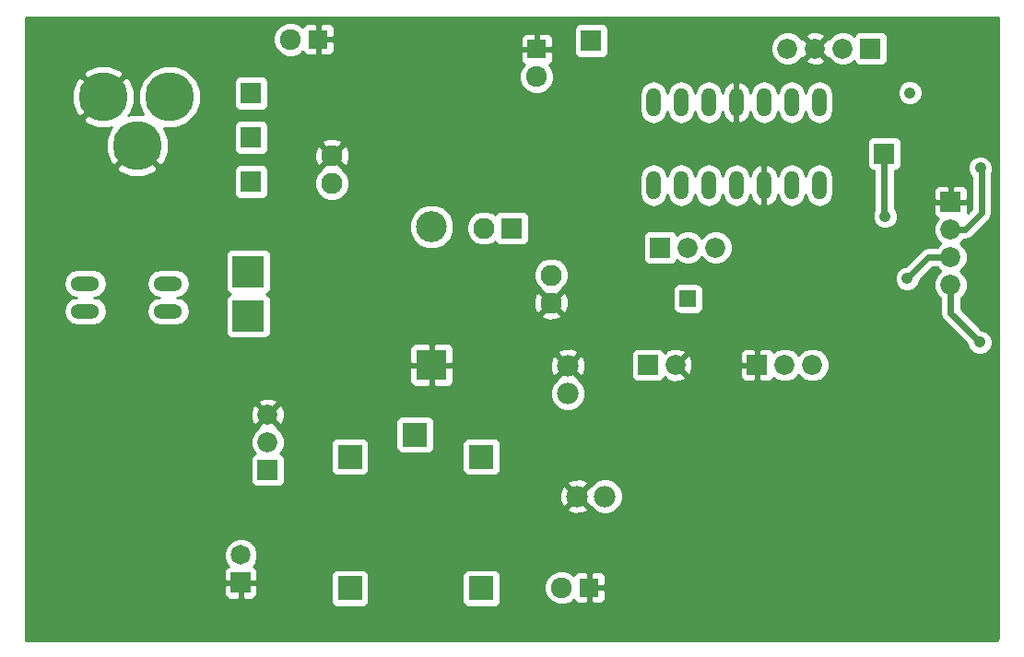
<source format=gtl>
G04 (created by PCBNEW (2013-07-07 BZR 4022)-stable) date 15/03/2016 14:01:07*
%MOIN*%
G04 Gerber Fmt 3.4, Leading zero omitted, Abs format*
%FSLAX34Y34*%
G01*
G70*
G90*
G04 APERTURE LIST*
%ADD10C,0.00590551*%
%ADD11R,0.0724409X0.0724409*%
%ADD12C,0.0724409*%
%ADD13R,0.06X0.06*%
%ADD14R,0.088189X0.088189*%
%ADD15O,0.104X0.052*%
%ADD16O,0.052X0.104*%
%ADD17C,0.1771*%
%ADD18R,0.076378X0.076378*%
%ADD19R,0.115748X0.115748*%
%ADD20R,0.111811X0.111811*%
%ADD21C,0.076378*%
%ADD22C,0.111811*%
%ADD23R,0.109449X0.108189*%
%ADD24C,0.0775591*%
%ADD25R,0.071811X0.071811*%
%ADD26C,0.071811*%
%ADD27R,0.067874X0.067874*%
%ADD28C,0.075748*%
%ADD29C,0.0413386*%
%ADD30C,0.023622*%
%ADD31C,0.01*%
G04 APERTURE END LIST*
G54D10*
G54D11*
X44300Y-22225D03*
G54D12*
X45300Y-22225D03*
X46300Y-22225D03*
G54D11*
X30100Y-30275D03*
G54D12*
X30100Y-29275D03*
X30100Y-28275D03*
G54D13*
X45300Y-24075D03*
G54D11*
X52400Y-18825D03*
G54D14*
X33075Y-29800D03*
X33075Y-34550D03*
X37825Y-29800D03*
X35425Y-29000D03*
X37825Y-34550D03*
G54D15*
X23500Y-23525D03*
X23500Y-24525D03*
X26500Y-24525D03*
X26500Y-23525D03*
G54D16*
X44050Y-19975D03*
X45050Y-19975D03*
X46050Y-19975D03*
X47050Y-19975D03*
X48050Y-19975D03*
X49050Y-19975D03*
X50050Y-19975D03*
X50050Y-16975D03*
X49050Y-16975D03*
X48050Y-16975D03*
X47050Y-16975D03*
X46050Y-16975D03*
X45050Y-16975D03*
X44050Y-16975D03*
G54D17*
X26553Y-16771D03*
X25372Y-18543D03*
X24144Y-16771D03*
G54D18*
X29500Y-16650D03*
X29500Y-19850D03*
X29500Y-18250D03*
G54D19*
X29400Y-23100D03*
G54D20*
X29400Y-24700D03*
G54D11*
X54800Y-20575D03*
G54D12*
X54800Y-21575D03*
X54800Y-22575D03*
X54800Y-23575D03*
G54D11*
X43850Y-26475D03*
G54D12*
X44850Y-26475D03*
G54D11*
X47800Y-26475D03*
G54D12*
X48800Y-26475D03*
X49800Y-26475D03*
G54D11*
X51900Y-15025D03*
G54D12*
X50900Y-15025D03*
X49900Y-15025D03*
X48900Y-15025D03*
G54D21*
X32425Y-18900D03*
X32425Y-19900D03*
G54D22*
X36025Y-21475D03*
G54D23*
X36025Y-26475D03*
G54D18*
X38925Y-21525D03*
G54D21*
X37925Y-21525D03*
X40350Y-24225D03*
X40350Y-23225D03*
G54D24*
X40950Y-26500D03*
X40950Y-27500D03*
X41300Y-31225D03*
X42300Y-31225D03*
G54D18*
X41800Y-14750D03*
G54D25*
X29125Y-34350D03*
G54D26*
X29125Y-33350D03*
G54D27*
X41725Y-34525D03*
G54D28*
X40725Y-34525D03*
G54D27*
X39825Y-15050D03*
G54D28*
X39825Y-16050D03*
G54D27*
X31925Y-14700D03*
G54D28*
X30925Y-14700D03*
G54D29*
X53325Y-16625D03*
X52425Y-21100D03*
X53225Y-23350D03*
X55875Y-19350D03*
X55850Y-25650D03*
G54D30*
X52400Y-21075D02*
X52400Y-18825D01*
X52425Y-21100D02*
X52400Y-21075D01*
X54000Y-22575D02*
X54800Y-22575D01*
X53225Y-23350D02*
X54000Y-22575D01*
X55325Y-21575D02*
X54800Y-21575D01*
X55925Y-20975D02*
X55325Y-21575D01*
X55925Y-19400D02*
X55925Y-20975D01*
X55875Y-19350D02*
X55925Y-19400D01*
X54800Y-23575D02*
X54800Y-24600D01*
X54800Y-24600D02*
X55850Y-25650D01*
G54D10*
G36*
X56525Y-36348D02*
X56509Y-36359D01*
X56465Y-36425D01*
X56331Y-36425D01*
X56331Y-19259D01*
X56262Y-19091D01*
X56134Y-18963D01*
X55966Y-18893D01*
X55784Y-18893D01*
X55616Y-18962D01*
X55488Y-19090D01*
X55418Y-19258D01*
X55418Y-19440D01*
X55487Y-19608D01*
X55556Y-19677D01*
X55556Y-20822D01*
X55412Y-20967D01*
X55412Y-20163D01*
X55374Y-20071D01*
X55304Y-20000D01*
X55212Y-19962D01*
X55112Y-19962D01*
X54912Y-19962D01*
X54850Y-20025D01*
X54850Y-20525D01*
X55349Y-20525D01*
X55412Y-20462D01*
X55412Y-20163D01*
X55412Y-20967D01*
X55412Y-20967D01*
X55412Y-20687D01*
X55349Y-20625D01*
X54850Y-20625D01*
X54850Y-20632D01*
X54750Y-20632D01*
X54750Y-20625D01*
X54750Y-20525D01*
X54750Y-20025D01*
X54687Y-19962D01*
X54487Y-19962D01*
X54387Y-19962D01*
X54295Y-20000D01*
X54225Y-20071D01*
X54187Y-20163D01*
X54187Y-20462D01*
X54250Y-20525D01*
X54750Y-20525D01*
X54750Y-20625D01*
X54250Y-20625D01*
X54187Y-20687D01*
X54187Y-20986D01*
X54225Y-21078D01*
X54295Y-21149D01*
X54341Y-21167D01*
X54281Y-21227D01*
X54187Y-21452D01*
X54187Y-21696D01*
X54280Y-21921D01*
X54434Y-22075D01*
X54302Y-22206D01*
X54000Y-22206D01*
X53859Y-22234D01*
X53781Y-22286D01*
X53781Y-16534D01*
X53712Y-16366D01*
X53584Y-16238D01*
X53416Y-16168D01*
X53234Y-16168D01*
X53066Y-16237D01*
X52938Y-16365D01*
X52868Y-16533D01*
X52868Y-16715D01*
X52937Y-16883D01*
X53065Y-17011D01*
X53233Y-17081D01*
X53415Y-17081D01*
X53583Y-17012D01*
X53711Y-16884D01*
X53781Y-16716D01*
X53781Y-16534D01*
X53781Y-22286D01*
X53739Y-22314D01*
X53161Y-22893D01*
X53134Y-22893D01*
X53012Y-22943D01*
X53012Y-19137D01*
X53012Y-18413D01*
X52974Y-18321D01*
X52904Y-18250D01*
X52812Y-18212D01*
X52712Y-18212D01*
X52512Y-18212D01*
X52512Y-15337D01*
X52512Y-14613D01*
X52474Y-14521D01*
X52404Y-14450D01*
X52312Y-14412D01*
X52212Y-14412D01*
X51488Y-14412D01*
X51396Y-14450D01*
X51325Y-14520D01*
X51307Y-14566D01*
X51247Y-14506D01*
X51022Y-14412D01*
X50778Y-14412D01*
X50553Y-14505D01*
X50381Y-14677D01*
X50379Y-14681D01*
X50330Y-14664D01*
X50260Y-14735D01*
X50260Y-14594D01*
X50225Y-14492D01*
X49996Y-14408D01*
X49753Y-14418D01*
X49574Y-14492D01*
X49539Y-14594D01*
X49900Y-14954D01*
X50260Y-14594D01*
X50260Y-14735D01*
X49970Y-15025D01*
X50330Y-15385D01*
X50379Y-15368D01*
X50380Y-15371D01*
X50552Y-15543D01*
X50777Y-15637D01*
X51021Y-15637D01*
X51246Y-15544D01*
X51307Y-15483D01*
X51325Y-15528D01*
X51395Y-15599D01*
X51487Y-15637D01*
X51587Y-15637D01*
X52311Y-15637D01*
X52403Y-15599D01*
X52474Y-15529D01*
X52512Y-15437D01*
X52512Y-15337D01*
X52512Y-18212D01*
X51988Y-18212D01*
X51896Y-18250D01*
X51825Y-18320D01*
X51787Y-18412D01*
X51787Y-18512D01*
X51787Y-19236D01*
X51825Y-19328D01*
X51895Y-19399D01*
X51987Y-19437D01*
X52031Y-19437D01*
X52031Y-20855D01*
X51968Y-21008D01*
X51968Y-21190D01*
X52037Y-21358D01*
X52165Y-21486D01*
X52333Y-21556D01*
X52515Y-21556D01*
X52683Y-21487D01*
X52811Y-21359D01*
X52881Y-21191D01*
X52881Y-21009D01*
X52812Y-20841D01*
X52768Y-20797D01*
X52768Y-19437D01*
X52811Y-19437D01*
X52903Y-19399D01*
X52974Y-19329D01*
X53012Y-19237D01*
X53012Y-19137D01*
X53012Y-22943D01*
X52966Y-22962D01*
X52838Y-23090D01*
X52768Y-23258D01*
X52768Y-23440D01*
X52837Y-23608D01*
X52965Y-23736D01*
X53133Y-23806D01*
X53315Y-23806D01*
X53483Y-23737D01*
X53611Y-23609D01*
X53681Y-23441D01*
X53681Y-23413D01*
X54152Y-22943D01*
X54302Y-22943D01*
X54434Y-23075D01*
X54281Y-23227D01*
X54187Y-23452D01*
X54187Y-23696D01*
X54280Y-23921D01*
X54431Y-24072D01*
X54431Y-24600D01*
X54459Y-24740D01*
X54539Y-24860D01*
X55393Y-25713D01*
X55393Y-25740D01*
X55462Y-25908D01*
X55590Y-26036D01*
X55758Y-26106D01*
X55940Y-26106D01*
X56108Y-26037D01*
X56236Y-25909D01*
X56306Y-25741D01*
X56306Y-25559D01*
X56237Y-25391D01*
X56109Y-25263D01*
X55941Y-25193D01*
X55913Y-25193D01*
X55168Y-24447D01*
X55168Y-24072D01*
X55318Y-23922D01*
X55412Y-23697D01*
X55412Y-23453D01*
X55319Y-23228D01*
X55165Y-23074D01*
X55318Y-22922D01*
X55412Y-22697D01*
X55412Y-22453D01*
X55319Y-22228D01*
X55165Y-22074D01*
X55297Y-21943D01*
X55325Y-21943D01*
X55465Y-21915D01*
X55585Y-21835D01*
X56185Y-21235D01*
X56265Y-21115D01*
X56293Y-20975D01*
X56293Y-19533D01*
X56331Y-19441D01*
X56331Y-19259D01*
X56331Y-36425D01*
X50560Y-36425D01*
X50560Y-20250D01*
X50560Y-19699D01*
X50560Y-17250D01*
X50560Y-16699D01*
X50521Y-16504D01*
X50410Y-16339D01*
X50260Y-16238D01*
X50260Y-15455D01*
X49900Y-15095D01*
X49829Y-15166D01*
X49829Y-15025D01*
X49469Y-14664D01*
X49420Y-14681D01*
X49419Y-14678D01*
X49247Y-14506D01*
X49022Y-14412D01*
X48778Y-14412D01*
X48553Y-14505D01*
X48381Y-14677D01*
X48287Y-14902D01*
X48287Y-15146D01*
X48380Y-15371D01*
X48552Y-15543D01*
X48777Y-15637D01*
X49021Y-15637D01*
X49246Y-15544D01*
X49418Y-15372D01*
X49420Y-15368D01*
X49469Y-15385D01*
X49829Y-15025D01*
X49829Y-15166D01*
X49539Y-15455D01*
X49574Y-15557D01*
X49803Y-15641D01*
X50046Y-15631D01*
X50225Y-15557D01*
X50260Y-15455D01*
X50260Y-16238D01*
X50245Y-16228D01*
X50050Y-16189D01*
X49854Y-16228D01*
X49689Y-16339D01*
X49578Y-16504D01*
X49550Y-16649D01*
X49521Y-16504D01*
X49410Y-16339D01*
X49245Y-16228D01*
X49050Y-16189D01*
X48854Y-16228D01*
X48689Y-16339D01*
X48578Y-16504D01*
X48550Y-16649D01*
X48521Y-16504D01*
X48410Y-16339D01*
X48245Y-16228D01*
X48050Y-16189D01*
X47854Y-16228D01*
X47689Y-16339D01*
X47578Y-16504D01*
X47552Y-16638D01*
X47502Y-16473D01*
X47375Y-16319D01*
X47198Y-16224D01*
X47178Y-16221D01*
X47100Y-16270D01*
X47100Y-16925D01*
X47107Y-16925D01*
X47107Y-17025D01*
X47100Y-17025D01*
X47100Y-17679D01*
X47178Y-17728D01*
X47198Y-17725D01*
X47375Y-17630D01*
X47502Y-17476D01*
X47552Y-17311D01*
X47578Y-17445D01*
X47689Y-17610D01*
X47854Y-17721D01*
X48050Y-17760D01*
X48245Y-17721D01*
X48410Y-17610D01*
X48521Y-17445D01*
X48550Y-17300D01*
X48578Y-17445D01*
X48689Y-17610D01*
X48854Y-17721D01*
X49050Y-17760D01*
X49245Y-17721D01*
X49410Y-17610D01*
X49521Y-17445D01*
X49550Y-17300D01*
X49578Y-17445D01*
X49689Y-17610D01*
X49854Y-17721D01*
X50050Y-17760D01*
X50245Y-17721D01*
X50410Y-17610D01*
X50521Y-17445D01*
X50560Y-17250D01*
X50560Y-19699D01*
X50521Y-19504D01*
X50410Y-19339D01*
X50245Y-19228D01*
X50050Y-19189D01*
X49854Y-19228D01*
X49689Y-19339D01*
X49578Y-19504D01*
X49550Y-19649D01*
X49521Y-19504D01*
X49410Y-19339D01*
X49245Y-19228D01*
X49050Y-19189D01*
X48854Y-19228D01*
X48689Y-19339D01*
X48578Y-19504D01*
X48552Y-19638D01*
X48502Y-19473D01*
X48375Y-19319D01*
X48198Y-19224D01*
X48178Y-19221D01*
X48100Y-19270D01*
X48100Y-19925D01*
X48107Y-19925D01*
X48107Y-20025D01*
X48100Y-20025D01*
X48100Y-20679D01*
X48178Y-20728D01*
X48198Y-20725D01*
X48375Y-20630D01*
X48502Y-20476D01*
X48552Y-20311D01*
X48578Y-20445D01*
X48689Y-20610D01*
X48854Y-20721D01*
X49050Y-20760D01*
X49245Y-20721D01*
X49410Y-20610D01*
X49521Y-20445D01*
X49550Y-20300D01*
X49578Y-20445D01*
X49689Y-20610D01*
X49854Y-20721D01*
X50050Y-20760D01*
X50245Y-20721D01*
X50410Y-20610D01*
X50521Y-20445D01*
X50560Y-20250D01*
X50560Y-36425D01*
X50412Y-36425D01*
X50412Y-26353D01*
X50319Y-26128D01*
X50147Y-25956D01*
X49922Y-25862D01*
X49678Y-25862D01*
X49453Y-25955D01*
X49299Y-26109D01*
X49147Y-25956D01*
X48922Y-25862D01*
X48678Y-25862D01*
X48453Y-25955D01*
X48392Y-26016D01*
X48374Y-25970D01*
X48303Y-25900D01*
X48211Y-25862D01*
X48000Y-25862D01*
X48000Y-20679D01*
X48000Y-20025D01*
X47992Y-20025D01*
X47992Y-19925D01*
X48000Y-19925D01*
X48000Y-19270D01*
X47921Y-19221D01*
X47901Y-19224D01*
X47724Y-19319D01*
X47597Y-19473D01*
X47547Y-19638D01*
X47521Y-19504D01*
X47410Y-19339D01*
X47245Y-19228D01*
X47050Y-19189D01*
X47000Y-19199D01*
X47000Y-17679D01*
X47000Y-17025D01*
X46992Y-17025D01*
X46992Y-16925D01*
X47000Y-16925D01*
X47000Y-16270D01*
X46921Y-16221D01*
X46901Y-16224D01*
X46724Y-16319D01*
X46597Y-16473D01*
X46547Y-16638D01*
X46521Y-16504D01*
X46410Y-16339D01*
X46245Y-16228D01*
X46050Y-16189D01*
X45854Y-16228D01*
X45689Y-16339D01*
X45578Y-16504D01*
X45550Y-16649D01*
X45521Y-16504D01*
X45410Y-16339D01*
X45245Y-16228D01*
X45050Y-16189D01*
X44854Y-16228D01*
X44689Y-16339D01*
X44578Y-16504D01*
X44550Y-16649D01*
X44521Y-16504D01*
X44410Y-16339D01*
X44245Y-16228D01*
X44050Y-16189D01*
X43854Y-16228D01*
X43689Y-16339D01*
X43578Y-16504D01*
X43540Y-16699D01*
X43540Y-17250D01*
X43578Y-17445D01*
X43689Y-17610D01*
X43854Y-17721D01*
X44050Y-17760D01*
X44245Y-17721D01*
X44410Y-17610D01*
X44521Y-17445D01*
X44550Y-17300D01*
X44578Y-17445D01*
X44689Y-17610D01*
X44854Y-17721D01*
X45050Y-17760D01*
X45245Y-17721D01*
X45410Y-17610D01*
X45521Y-17445D01*
X45550Y-17300D01*
X45578Y-17445D01*
X45689Y-17610D01*
X45854Y-17721D01*
X46050Y-17760D01*
X46245Y-17721D01*
X46410Y-17610D01*
X46521Y-17445D01*
X46547Y-17311D01*
X46597Y-17476D01*
X46724Y-17630D01*
X46901Y-17725D01*
X46921Y-17728D01*
X47000Y-17679D01*
X47000Y-19199D01*
X46854Y-19228D01*
X46689Y-19339D01*
X46578Y-19504D01*
X46550Y-19649D01*
X46521Y-19504D01*
X46410Y-19339D01*
X46245Y-19228D01*
X46050Y-19189D01*
X45854Y-19228D01*
X45689Y-19339D01*
X45578Y-19504D01*
X45550Y-19649D01*
X45521Y-19504D01*
X45410Y-19339D01*
X45245Y-19228D01*
X45050Y-19189D01*
X44854Y-19228D01*
X44689Y-19339D01*
X44578Y-19504D01*
X44550Y-19649D01*
X44521Y-19504D01*
X44410Y-19339D01*
X44245Y-19228D01*
X44050Y-19189D01*
X43854Y-19228D01*
X43689Y-19339D01*
X43578Y-19504D01*
X43540Y-19699D01*
X43540Y-20250D01*
X43578Y-20445D01*
X43689Y-20610D01*
X43854Y-20721D01*
X44050Y-20760D01*
X44245Y-20721D01*
X44410Y-20610D01*
X44521Y-20445D01*
X44550Y-20300D01*
X44578Y-20445D01*
X44689Y-20610D01*
X44854Y-20721D01*
X45050Y-20760D01*
X45245Y-20721D01*
X45410Y-20610D01*
X45521Y-20445D01*
X45550Y-20300D01*
X45578Y-20445D01*
X45689Y-20610D01*
X45854Y-20721D01*
X46050Y-20760D01*
X46245Y-20721D01*
X46410Y-20610D01*
X46521Y-20445D01*
X46550Y-20300D01*
X46578Y-20445D01*
X46689Y-20610D01*
X46854Y-20721D01*
X47050Y-20760D01*
X47245Y-20721D01*
X47410Y-20610D01*
X47521Y-20445D01*
X47547Y-20311D01*
X47597Y-20476D01*
X47724Y-20630D01*
X47901Y-20725D01*
X47921Y-20728D01*
X48000Y-20679D01*
X48000Y-25862D01*
X47912Y-25862D01*
X47850Y-25925D01*
X47850Y-26425D01*
X47857Y-26425D01*
X47857Y-26525D01*
X47850Y-26525D01*
X47850Y-27024D01*
X47912Y-27087D01*
X48211Y-27087D01*
X48303Y-27049D01*
X48374Y-26979D01*
X48392Y-26933D01*
X48452Y-26993D01*
X48677Y-27087D01*
X48921Y-27087D01*
X49146Y-26994D01*
X49300Y-26840D01*
X49452Y-26993D01*
X49677Y-27087D01*
X49921Y-27087D01*
X50146Y-26994D01*
X50318Y-26822D01*
X50412Y-26597D01*
X50412Y-26353D01*
X50412Y-36425D01*
X47750Y-36425D01*
X47750Y-27024D01*
X47750Y-26525D01*
X47750Y-26425D01*
X47750Y-25925D01*
X47687Y-25862D01*
X47388Y-25862D01*
X47296Y-25900D01*
X47225Y-25970D01*
X47187Y-26062D01*
X47187Y-26162D01*
X47187Y-26362D01*
X47250Y-26425D01*
X47750Y-26425D01*
X47750Y-26525D01*
X47250Y-26525D01*
X47187Y-26587D01*
X47187Y-26787D01*
X47187Y-26887D01*
X47225Y-26979D01*
X47296Y-27049D01*
X47388Y-27087D01*
X47687Y-27087D01*
X47750Y-27024D01*
X47750Y-36425D01*
X46912Y-36425D01*
X46912Y-22103D01*
X46819Y-21878D01*
X46647Y-21706D01*
X46422Y-21612D01*
X46178Y-21612D01*
X45953Y-21705D01*
X45799Y-21859D01*
X45647Y-21706D01*
X45422Y-21612D01*
X45178Y-21612D01*
X44953Y-21705D01*
X44892Y-21766D01*
X44874Y-21721D01*
X44804Y-21650D01*
X44712Y-21612D01*
X44612Y-21612D01*
X43888Y-21612D01*
X43796Y-21650D01*
X43725Y-21720D01*
X43687Y-21812D01*
X43687Y-21912D01*
X43687Y-22636D01*
X43725Y-22728D01*
X43795Y-22799D01*
X43887Y-22837D01*
X43987Y-22837D01*
X44711Y-22837D01*
X44803Y-22799D01*
X44874Y-22729D01*
X44892Y-22683D01*
X44952Y-22743D01*
X45177Y-22837D01*
X45421Y-22837D01*
X45646Y-22744D01*
X45800Y-22590D01*
X45952Y-22743D01*
X46177Y-22837D01*
X46421Y-22837D01*
X46646Y-22744D01*
X46818Y-22572D01*
X46912Y-22347D01*
X46912Y-22103D01*
X46912Y-36425D01*
X45850Y-36425D01*
X45850Y-24325D01*
X45850Y-23725D01*
X45812Y-23633D01*
X45741Y-23563D01*
X45649Y-23525D01*
X45550Y-23524D01*
X44950Y-23524D01*
X44858Y-23562D01*
X44788Y-23633D01*
X44750Y-23725D01*
X44749Y-23824D01*
X44749Y-24424D01*
X44787Y-24516D01*
X44858Y-24586D01*
X44950Y-24624D01*
X45049Y-24625D01*
X45649Y-24625D01*
X45741Y-24587D01*
X45811Y-24516D01*
X45849Y-24424D01*
X45850Y-24325D01*
X45850Y-36425D01*
X45466Y-36425D01*
X45466Y-26571D01*
X45456Y-26328D01*
X45382Y-26149D01*
X45280Y-26114D01*
X45210Y-26185D01*
X44920Y-26475D01*
X45280Y-26835D01*
X45382Y-26800D01*
X45466Y-26571D01*
X45466Y-36425D01*
X45210Y-36425D01*
X45210Y-26905D01*
X44850Y-26545D01*
X44844Y-26551D01*
X44779Y-26486D01*
X44773Y-26480D01*
X44779Y-26475D01*
X44773Y-26469D01*
X44844Y-26398D01*
X44850Y-26404D01*
X45210Y-26044D01*
X45175Y-25942D01*
X44946Y-25858D01*
X44703Y-25868D01*
X44524Y-25942D01*
X44489Y-26044D01*
X44444Y-25998D01*
X44438Y-26005D01*
X44424Y-25971D01*
X44354Y-25900D01*
X44262Y-25862D01*
X44162Y-25862D01*
X43438Y-25862D01*
X43346Y-25900D01*
X43275Y-25970D01*
X43237Y-26062D01*
X43237Y-26162D01*
X43237Y-26886D01*
X43275Y-26978D01*
X43345Y-27049D01*
X43437Y-27087D01*
X43537Y-27087D01*
X44261Y-27087D01*
X44353Y-27049D01*
X44424Y-26979D01*
X44438Y-26944D01*
X44444Y-26951D01*
X44489Y-26905D01*
X44524Y-27007D01*
X44753Y-27091D01*
X44996Y-27081D01*
X45175Y-27007D01*
X45210Y-26905D01*
X45210Y-36425D01*
X42937Y-36425D01*
X42937Y-31098D01*
X42841Y-30864D01*
X42661Y-30684D01*
X42431Y-30589D01*
X42431Y-15082D01*
X42431Y-14318D01*
X42393Y-14226D01*
X42323Y-14156D01*
X42231Y-14118D01*
X42132Y-14118D01*
X41368Y-14118D01*
X41276Y-14156D01*
X41206Y-14226D01*
X41168Y-14318D01*
X41168Y-14417D01*
X41168Y-15181D01*
X41206Y-15273D01*
X41276Y-15343D01*
X41368Y-15381D01*
X41467Y-15381D01*
X42231Y-15381D01*
X42323Y-15343D01*
X42393Y-15273D01*
X42431Y-15181D01*
X42431Y-15082D01*
X42431Y-30589D01*
X42427Y-30587D01*
X42173Y-30587D01*
X41939Y-30683D01*
X41769Y-30853D01*
X41749Y-30846D01*
X41678Y-30916D01*
X41678Y-30775D01*
X41640Y-30671D01*
X41592Y-30653D01*
X41592Y-26602D01*
X41582Y-26349D01*
X41503Y-26159D01*
X41399Y-26121D01*
X41328Y-26191D01*
X41328Y-26050D01*
X41290Y-25946D01*
X41052Y-25857D01*
X40986Y-25860D01*
X40986Y-24326D01*
X40981Y-24215D01*
X40981Y-23099D01*
X40886Y-22867D01*
X40708Y-22689D01*
X40476Y-22593D01*
X40453Y-22593D01*
X40453Y-15925D01*
X40358Y-15694D01*
X40277Y-15613D01*
X40306Y-15601D01*
X40376Y-15530D01*
X40414Y-15438D01*
X40414Y-14661D01*
X40376Y-14569D01*
X40306Y-14498D01*
X40214Y-14460D01*
X40114Y-14460D01*
X39937Y-14460D01*
X39875Y-14523D01*
X39875Y-15000D01*
X40351Y-15000D01*
X40414Y-14937D01*
X40414Y-14661D01*
X40414Y-15438D01*
X40414Y-15162D01*
X40351Y-15100D01*
X39875Y-15100D01*
X39875Y-15107D01*
X39775Y-15107D01*
X39775Y-15100D01*
X39775Y-15000D01*
X39775Y-14523D01*
X39712Y-14460D01*
X39535Y-14460D01*
X39435Y-14460D01*
X39343Y-14498D01*
X39273Y-14569D01*
X39235Y-14661D01*
X39235Y-14937D01*
X39298Y-15000D01*
X39775Y-15000D01*
X39775Y-15100D01*
X39298Y-15100D01*
X39235Y-15162D01*
X39235Y-15438D01*
X39273Y-15530D01*
X39343Y-15601D01*
X39372Y-15613D01*
X39292Y-15693D01*
X39196Y-15924D01*
X39196Y-16174D01*
X39291Y-16405D01*
X39468Y-16582D01*
X39699Y-16678D01*
X39949Y-16678D01*
X40180Y-16583D01*
X40357Y-16406D01*
X40453Y-16175D01*
X40453Y-15925D01*
X40453Y-22593D01*
X40224Y-22593D01*
X39992Y-22688D01*
X39814Y-22866D01*
X39718Y-23098D01*
X39718Y-23350D01*
X39813Y-23582D01*
X39984Y-23753D01*
X39975Y-23779D01*
X40350Y-24154D01*
X40724Y-23779D01*
X40715Y-23753D01*
X40885Y-23583D01*
X40981Y-23351D01*
X40981Y-23099D01*
X40981Y-24215D01*
X40976Y-24075D01*
X40899Y-23887D01*
X40795Y-23850D01*
X40420Y-24225D01*
X40795Y-24599D01*
X40899Y-24562D01*
X40986Y-24326D01*
X40986Y-25860D01*
X40799Y-25867D01*
X40724Y-25898D01*
X40724Y-24670D01*
X40350Y-24295D01*
X40279Y-24366D01*
X40279Y-24225D01*
X39904Y-23850D01*
X39800Y-23887D01*
X39713Y-24123D01*
X39723Y-24374D01*
X39800Y-24562D01*
X39904Y-24599D01*
X40279Y-24225D01*
X40279Y-24366D01*
X39975Y-24670D01*
X40012Y-24774D01*
X40248Y-24861D01*
X40499Y-24851D01*
X40687Y-24774D01*
X40724Y-24670D01*
X40724Y-25898D01*
X40609Y-25946D01*
X40571Y-26050D01*
X40950Y-26429D01*
X41328Y-26050D01*
X41328Y-26191D01*
X41020Y-26500D01*
X41399Y-26878D01*
X41503Y-26840D01*
X41592Y-26602D01*
X41592Y-30653D01*
X41587Y-30651D01*
X41587Y-27373D01*
X41491Y-27139D01*
X41321Y-26969D01*
X41328Y-26949D01*
X40950Y-26570D01*
X40879Y-26641D01*
X40879Y-26500D01*
X40500Y-26121D01*
X40396Y-26159D01*
X40307Y-26397D01*
X40317Y-26650D01*
X40396Y-26840D01*
X40500Y-26878D01*
X40879Y-26500D01*
X40879Y-26641D01*
X40571Y-26949D01*
X40578Y-26969D01*
X40409Y-27138D01*
X40312Y-27372D01*
X40312Y-27626D01*
X40408Y-27860D01*
X40588Y-28040D01*
X40822Y-28137D01*
X41076Y-28137D01*
X41310Y-28041D01*
X41490Y-27861D01*
X41587Y-27627D01*
X41587Y-27373D01*
X41587Y-30651D01*
X41402Y-30582D01*
X41149Y-30592D01*
X40959Y-30671D01*
X40921Y-30775D01*
X41300Y-31154D01*
X41678Y-30775D01*
X41678Y-30916D01*
X41370Y-31225D01*
X41749Y-31603D01*
X41769Y-31596D01*
X41938Y-31765D01*
X42172Y-31862D01*
X42426Y-31862D01*
X42660Y-31766D01*
X42840Y-31586D01*
X42937Y-31352D01*
X42937Y-31098D01*
X42937Y-36425D01*
X42314Y-36425D01*
X42314Y-34814D01*
X42314Y-34235D01*
X42314Y-34135D01*
X42276Y-34043D01*
X42205Y-33973D01*
X42113Y-33935D01*
X41837Y-33935D01*
X41775Y-33998D01*
X41775Y-34475D01*
X42251Y-34475D01*
X42314Y-34412D01*
X42314Y-34235D01*
X42314Y-34814D01*
X42314Y-34637D01*
X42251Y-34575D01*
X41775Y-34575D01*
X41775Y-35051D01*
X41837Y-35114D01*
X42113Y-35114D01*
X42205Y-35076D01*
X42276Y-35006D01*
X42314Y-34914D01*
X42314Y-34814D01*
X42314Y-36425D01*
X41678Y-36425D01*
X41678Y-31674D01*
X41300Y-31295D01*
X41229Y-31366D01*
X41229Y-31225D01*
X40850Y-30846D01*
X40746Y-30884D01*
X40657Y-31122D01*
X40667Y-31375D01*
X40746Y-31565D01*
X40850Y-31603D01*
X41229Y-31225D01*
X41229Y-31366D01*
X40921Y-31674D01*
X40959Y-31778D01*
X41197Y-31867D01*
X41450Y-31857D01*
X41640Y-31778D01*
X41678Y-31674D01*
X41678Y-36425D01*
X41675Y-36425D01*
X41675Y-35051D01*
X41675Y-34575D01*
X41667Y-34575D01*
X41667Y-34475D01*
X41675Y-34475D01*
X41675Y-33998D01*
X41612Y-33935D01*
X41336Y-33935D01*
X41244Y-33973D01*
X41173Y-34043D01*
X41161Y-34072D01*
X41081Y-33992D01*
X40850Y-33896D01*
X40600Y-33896D01*
X40369Y-33991D01*
X40192Y-34168D01*
X40096Y-34399D01*
X40096Y-34649D01*
X40191Y-34880D01*
X40368Y-35057D01*
X40599Y-35153D01*
X40849Y-35153D01*
X41080Y-35058D01*
X41161Y-34977D01*
X41173Y-35006D01*
X41244Y-35076D01*
X41336Y-35114D01*
X41612Y-35114D01*
X41675Y-35051D01*
X41675Y-36425D01*
X39556Y-36425D01*
X39556Y-21857D01*
X39556Y-21093D01*
X39518Y-21001D01*
X39448Y-20931D01*
X39356Y-20893D01*
X39257Y-20893D01*
X38493Y-20893D01*
X38401Y-20931D01*
X38331Y-21001D01*
X38320Y-21026D01*
X38283Y-20989D01*
X38051Y-20893D01*
X37799Y-20893D01*
X37567Y-20988D01*
X37389Y-21166D01*
X37293Y-21398D01*
X37293Y-21650D01*
X37388Y-21882D01*
X37566Y-22060D01*
X37798Y-22156D01*
X38050Y-22156D01*
X38282Y-22061D01*
X38320Y-22022D01*
X38331Y-22048D01*
X38401Y-22118D01*
X38493Y-22156D01*
X38592Y-22156D01*
X39356Y-22156D01*
X39448Y-22118D01*
X39518Y-22048D01*
X39556Y-21956D01*
X39556Y-21857D01*
X39556Y-36425D01*
X38515Y-36425D01*
X38515Y-34941D01*
X38515Y-34059D01*
X38515Y-30191D01*
X38515Y-29309D01*
X38478Y-29217D01*
X38407Y-29147D01*
X38315Y-29109D01*
X38216Y-29109D01*
X37334Y-29109D01*
X37242Y-29146D01*
X37172Y-29217D01*
X37134Y-29309D01*
X37134Y-29408D01*
X37134Y-30290D01*
X37171Y-30382D01*
X37242Y-30452D01*
X37334Y-30490D01*
X37433Y-30490D01*
X38315Y-30490D01*
X38407Y-30453D01*
X38477Y-30382D01*
X38515Y-30290D01*
X38515Y-30191D01*
X38515Y-34059D01*
X38478Y-33967D01*
X38407Y-33897D01*
X38315Y-33859D01*
X38216Y-33859D01*
X37334Y-33859D01*
X37242Y-33896D01*
X37172Y-33967D01*
X37134Y-34059D01*
X37134Y-34158D01*
X37134Y-35040D01*
X37171Y-35132D01*
X37242Y-35202D01*
X37334Y-35240D01*
X37433Y-35240D01*
X38315Y-35240D01*
X38407Y-35203D01*
X38477Y-35132D01*
X38515Y-35040D01*
X38515Y-34941D01*
X38515Y-36425D01*
X36834Y-36425D01*
X36834Y-21314D01*
X36711Y-21017D01*
X36483Y-20789D01*
X36186Y-20666D01*
X35864Y-20665D01*
X35567Y-20788D01*
X35339Y-21016D01*
X35216Y-21313D01*
X35215Y-21635D01*
X35338Y-21932D01*
X35566Y-22160D01*
X35863Y-22283D01*
X36185Y-22284D01*
X36482Y-22161D01*
X36710Y-21933D01*
X36833Y-21636D01*
X36834Y-21314D01*
X36834Y-36425D01*
X36822Y-36425D01*
X36822Y-27065D01*
X36822Y-25884D01*
X36784Y-25792D01*
X36714Y-25722D01*
X36622Y-25684D01*
X36522Y-25684D01*
X36137Y-25684D01*
X36075Y-25746D01*
X36075Y-26425D01*
X36759Y-26425D01*
X36822Y-26362D01*
X36822Y-25884D01*
X36822Y-27065D01*
X36822Y-26587D01*
X36759Y-26525D01*
X36075Y-26525D01*
X36075Y-27203D01*
X36137Y-27265D01*
X36522Y-27265D01*
X36622Y-27265D01*
X36714Y-27227D01*
X36784Y-27157D01*
X36822Y-27065D01*
X36822Y-36425D01*
X36115Y-36425D01*
X36115Y-29391D01*
X36115Y-28509D01*
X36078Y-28417D01*
X36007Y-28347D01*
X35975Y-28333D01*
X35975Y-27203D01*
X35975Y-26525D01*
X35975Y-26425D01*
X35975Y-25746D01*
X35912Y-25684D01*
X35527Y-25684D01*
X35427Y-25684D01*
X35335Y-25722D01*
X35265Y-25792D01*
X35227Y-25884D01*
X35227Y-26362D01*
X35290Y-26425D01*
X35975Y-26425D01*
X35975Y-26525D01*
X35290Y-26525D01*
X35227Y-26587D01*
X35227Y-27065D01*
X35265Y-27157D01*
X35335Y-27227D01*
X35427Y-27265D01*
X35527Y-27265D01*
X35912Y-27265D01*
X35975Y-27203D01*
X35975Y-28333D01*
X35915Y-28309D01*
X35816Y-28309D01*
X34934Y-28309D01*
X34842Y-28346D01*
X34772Y-28417D01*
X34734Y-28509D01*
X34734Y-28608D01*
X34734Y-29490D01*
X34771Y-29582D01*
X34842Y-29652D01*
X34934Y-29690D01*
X35033Y-29690D01*
X35915Y-29690D01*
X36007Y-29653D01*
X36077Y-29582D01*
X36115Y-29490D01*
X36115Y-29391D01*
X36115Y-36425D01*
X33765Y-36425D01*
X33765Y-34941D01*
X33765Y-34059D01*
X33765Y-30191D01*
X33765Y-29309D01*
X33728Y-29217D01*
X33657Y-29147D01*
X33565Y-29109D01*
X33466Y-29109D01*
X33061Y-29109D01*
X33061Y-19001D01*
X33051Y-18750D01*
X32974Y-18562D01*
X32870Y-18525D01*
X32799Y-18596D01*
X32799Y-18454D01*
X32762Y-18350D01*
X32526Y-18263D01*
X32514Y-18264D01*
X32514Y-14989D01*
X32514Y-14410D01*
X32514Y-14310D01*
X32476Y-14218D01*
X32405Y-14148D01*
X32313Y-14110D01*
X32037Y-14110D01*
X31975Y-14173D01*
X31975Y-14650D01*
X32451Y-14650D01*
X32514Y-14587D01*
X32514Y-14410D01*
X32514Y-14989D01*
X32514Y-14812D01*
X32451Y-14750D01*
X31975Y-14750D01*
X31975Y-15226D01*
X32037Y-15289D01*
X32313Y-15289D01*
X32405Y-15251D01*
X32476Y-15181D01*
X32514Y-15089D01*
X32514Y-14989D01*
X32514Y-18264D01*
X32275Y-18273D01*
X32087Y-18350D01*
X32050Y-18454D01*
X32425Y-18829D01*
X32799Y-18454D01*
X32799Y-18596D01*
X32495Y-18900D01*
X32870Y-19274D01*
X32974Y-19237D01*
X33061Y-19001D01*
X33061Y-29109D01*
X33056Y-29109D01*
X33056Y-19774D01*
X32961Y-19542D01*
X32790Y-19371D01*
X32799Y-19345D01*
X32425Y-18970D01*
X32354Y-19041D01*
X32354Y-18900D01*
X31979Y-18525D01*
X31875Y-18562D01*
X31875Y-18565D01*
X31875Y-15226D01*
X31875Y-14750D01*
X31867Y-14750D01*
X31867Y-14650D01*
X31875Y-14650D01*
X31875Y-14173D01*
X31812Y-14110D01*
X31536Y-14110D01*
X31444Y-14148D01*
X31373Y-14218D01*
X31361Y-14247D01*
X31281Y-14167D01*
X31050Y-14071D01*
X30800Y-14071D01*
X30569Y-14166D01*
X30392Y-14343D01*
X30296Y-14574D01*
X30296Y-14824D01*
X30391Y-15055D01*
X30568Y-15232D01*
X30799Y-15328D01*
X31049Y-15328D01*
X31280Y-15233D01*
X31361Y-15152D01*
X31373Y-15181D01*
X31444Y-15251D01*
X31536Y-15289D01*
X31812Y-15289D01*
X31875Y-15226D01*
X31875Y-18565D01*
X31788Y-18798D01*
X31798Y-19049D01*
X31875Y-19237D01*
X31979Y-19274D01*
X32354Y-18900D01*
X32354Y-19041D01*
X32050Y-19345D01*
X32059Y-19371D01*
X31889Y-19541D01*
X31793Y-19773D01*
X31793Y-20025D01*
X31888Y-20257D01*
X32066Y-20435D01*
X32298Y-20531D01*
X32550Y-20531D01*
X32782Y-20436D01*
X32960Y-20258D01*
X33056Y-20026D01*
X33056Y-19774D01*
X33056Y-29109D01*
X32584Y-29109D01*
X32492Y-29146D01*
X32422Y-29217D01*
X32384Y-29309D01*
X32384Y-29408D01*
X32384Y-30290D01*
X32421Y-30382D01*
X32492Y-30452D01*
X32584Y-30490D01*
X32683Y-30490D01*
X33565Y-30490D01*
X33657Y-30453D01*
X33727Y-30382D01*
X33765Y-30290D01*
X33765Y-30191D01*
X33765Y-34059D01*
X33728Y-33967D01*
X33657Y-33897D01*
X33565Y-33859D01*
X33466Y-33859D01*
X32584Y-33859D01*
X32492Y-33896D01*
X32422Y-33967D01*
X32384Y-34059D01*
X32384Y-34158D01*
X32384Y-35040D01*
X32421Y-35132D01*
X32492Y-35202D01*
X32584Y-35240D01*
X32683Y-35240D01*
X33565Y-35240D01*
X33657Y-35203D01*
X33727Y-35132D01*
X33765Y-35040D01*
X33765Y-34941D01*
X33765Y-36425D01*
X30716Y-36425D01*
X30716Y-28371D01*
X30706Y-28128D01*
X30632Y-27949D01*
X30530Y-27914D01*
X30460Y-27985D01*
X30460Y-27844D01*
X30425Y-27742D01*
X30228Y-27670D01*
X30228Y-23629D01*
X30228Y-22471D01*
X30190Y-22379D01*
X30131Y-22320D01*
X30131Y-20182D01*
X30131Y-19418D01*
X30131Y-18582D01*
X30131Y-17818D01*
X30131Y-16982D01*
X30131Y-16218D01*
X30093Y-16126D01*
X30023Y-16056D01*
X29931Y-16018D01*
X29832Y-16018D01*
X29068Y-16018D01*
X28976Y-16056D01*
X28906Y-16126D01*
X28868Y-16218D01*
X28868Y-16317D01*
X28868Y-17081D01*
X28906Y-17173D01*
X28976Y-17243D01*
X29068Y-17281D01*
X29167Y-17281D01*
X29931Y-17281D01*
X30023Y-17243D01*
X30093Y-17173D01*
X30131Y-17081D01*
X30131Y-16982D01*
X30131Y-17818D01*
X30093Y-17726D01*
X30023Y-17656D01*
X29931Y-17618D01*
X29832Y-17618D01*
X29068Y-17618D01*
X28976Y-17656D01*
X28906Y-17726D01*
X28868Y-17818D01*
X28868Y-17917D01*
X28868Y-18681D01*
X28906Y-18773D01*
X28976Y-18843D01*
X29068Y-18881D01*
X29167Y-18881D01*
X29931Y-18881D01*
X30023Y-18843D01*
X30093Y-18773D01*
X30131Y-18681D01*
X30131Y-18582D01*
X30131Y-19418D01*
X30093Y-19326D01*
X30023Y-19256D01*
X29931Y-19218D01*
X29832Y-19218D01*
X29068Y-19218D01*
X28976Y-19256D01*
X28906Y-19326D01*
X28868Y-19418D01*
X28868Y-19517D01*
X28868Y-20281D01*
X28906Y-20373D01*
X28976Y-20443D01*
X29068Y-20481D01*
X29167Y-20481D01*
X29931Y-20481D01*
X30023Y-20443D01*
X30093Y-20373D01*
X30131Y-20281D01*
X30131Y-20182D01*
X30131Y-22320D01*
X30120Y-22309D01*
X30028Y-22271D01*
X29929Y-22271D01*
X28771Y-22271D01*
X28679Y-22309D01*
X28609Y-22379D01*
X28571Y-22471D01*
X28571Y-22570D01*
X28571Y-23728D01*
X28609Y-23820D01*
X28679Y-23890D01*
X28735Y-23913D01*
X28699Y-23928D01*
X28629Y-23999D01*
X28590Y-24090D01*
X28590Y-24190D01*
X28590Y-25308D01*
X28628Y-25400D01*
X28699Y-25470D01*
X28790Y-25509D01*
X28890Y-25509D01*
X30008Y-25509D01*
X30100Y-25471D01*
X30170Y-25400D01*
X30209Y-25309D01*
X30209Y-25209D01*
X30209Y-24091D01*
X30171Y-23999D01*
X30100Y-23929D01*
X30064Y-23913D01*
X30120Y-23890D01*
X30190Y-23820D01*
X30228Y-23728D01*
X30228Y-23629D01*
X30228Y-27670D01*
X30196Y-27658D01*
X29953Y-27668D01*
X29774Y-27742D01*
X29739Y-27844D01*
X30100Y-28204D01*
X30460Y-27844D01*
X30460Y-27985D01*
X30170Y-28275D01*
X30530Y-28635D01*
X30632Y-28600D01*
X30716Y-28371D01*
X30716Y-36425D01*
X30712Y-36425D01*
X30712Y-29153D01*
X30619Y-28928D01*
X30447Y-28756D01*
X30443Y-28754D01*
X30460Y-28705D01*
X30100Y-28345D01*
X30029Y-28416D01*
X30029Y-28275D01*
X29669Y-27914D01*
X29567Y-27949D01*
X29483Y-28178D01*
X29493Y-28421D01*
X29567Y-28600D01*
X29669Y-28635D01*
X30029Y-28275D01*
X30029Y-28416D01*
X29739Y-28705D01*
X29756Y-28754D01*
X29753Y-28755D01*
X29581Y-28927D01*
X29487Y-29152D01*
X29487Y-29396D01*
X29580Y-29621D01*
X29641Y-29682D01*
X29596Y-29700D01*
X29525Y-29770D01*
X29487Y-29862D01*
X29487Y-29962D01*
X29487Y-30686D01*
X29525Y-30778D01*
X29595Y-30849D01*
X29687Y-30887D01*
X29787Y-30887D01*
X30511Y-30887D01*
X30603Y-30849D01*
X30674Y-30779D01*
X30712Y-30687D01*
X30712Y-30587D01*
X30712Y-29863D01*
X30674Y-29771D01*
X30604Y-29700D01*
X30558Y-29682D01*
X30618Y-29622D01*
X30712Y-29397D01*
X30712Y-29153D01*
X30712Y-36425D01*
X29734Y-36425D01*
X29734Y-33229D01*
X29641Y-33005D01*
X29470Y-32833D01*
X29246Y-32741D01*
X29004Y-32740D01*
X28780Y-32833D01*
X28608Y-33004D01*
X28516Y-33228D01*
X28515Y-33470D01*
X28608Y-33694D01*
X28672Y-33758D01*
X28624Y-33779D01*
X28553Y-33849D01*
X28515Y-33941D01*
X28515Y-34237D01*
X28578Y-34300D01*
X29075Y-34300D01*
X29075Y-34292D01*
X29175Y-34292D01*
X29175Y-34300D01*
X29671Y-34300D01*
X29734Y-34237D01*
X29734Y-33941D01*
X29696Y-33849D01*
X29625Y-33779D01*
X29577Y-33758D01*
X29641Y-33695D01*
X29733Y-33471D01*
X29734Y-33229D01*
X29734Y-36425D01*
X29734Y-36425D01*
X29734Y-34758D01*
X29734Y-34462D01*
X29671Y-34400D01*
X29175Y-34400D01*
X29175Y-34896D01*
X29237Y-34959D01*
X29434Y-34959D01*
X29534Y-34959D01*
X29625Y-34920D01*
X29696Y-34850D01*
X29734Y-34758D01*
X29734Y-36425D01*
X29075Y-36425D01*
X29075Y-34896D01*
X29075Y-34400D01*
X28578Y-34400D01*
X28515Y-34462D01*
X28515Y-34758D01*
X28553Y-34850D01*
X28624Y-34920D01*
X28715Y-34959D01*
X28815Y-34959D01*
X29012Y-34959D01*
X29075Y-34896D01*
X29075Y-36425D01*
X27688Y-36425D01*
X27688Y-16546D01*
X27516Y-16128D01*
X27197Y-15808D01*
X26779Y-15635D01*
X26328Y-15635D01*
X25910Y-15807D01*
X25590Y-16126D01*
X25417Y-16544D01*
X25417Y-16995D01*
X25587Y-17406D01*
X25141Y-17408D01*
X25056Y-17443D01*
X25109Y-17410D01*
X25280Y-16992D01*
X25278Y-16540D01*
X25109Y-16131D01*
X24953Y-16032D01*
X24882Y-16103D01*
X24882Y-15961D01*
X24783Y-15805D01*
X24365Y-15634D01*
X23913Y-15636D01*
X23504Y-15805D01*
X23405Y-15961D01*
X24144Y-16700D01*
X24882Y-15961D01*
X24882Y-16103D01*
X24214Y-16771D01*
X24220Y-16776D01*
X24149Y-16847D01*
X24144Y-16841D01*
X24073Y-16912D01*
X24073Y-16771D01*
X23334Y-16032D01*
X23178Y-16131D01*
X23007Y-16549D01*
X23009Y-17001D01*
X23178Y-17410D01*
X23334Y-17509D01*
X24073Y-16771D01*
X24073Y-16912D01*
X23405Y-17580D01*
X23504Y-17736D01*
X23922Y-17907D01*
X24374Y-17905D01*
X24459Y-17870D01*
X24406Y-17903D01*
X24235Y-18321D01*
X24237Y-18773D01*
X24406Y-19182D01*
X24562Y-19281D01*
X25301Y-18543D01*
X25295Y-18537D01*
X25366Y-18466D01*
X25372Y-18472D01*
X25377Y-18466D01*
X25448Y-18537D01*
X25442Y-18543D01*
X26181Y-19281D01*
X26337Y-19182D01*
X26508Y-18764D01*
X26506Y-18312D01*
X26338Y-17906D01*
X26777Y-17906D01*
X27195Y-17734D01*
X27515Y-17415D01*
X27688Y-16997D01*
X27688Y-16546D01*
X27688Y-36425D01*
X27285Y-36425D01*
X27285Y-24525D01*
X27246Y-24329D01*
X27135Y-24164D01*
X26970Y-24053D01*
X26825Y-24025D01*
X26970Y-23996D01*
X27135Y-23885D01*
X27246Y-23720D01*
X27285Y-23525D01*
X27246Y-23329D01*
X27135Y-23164D01*
X26970Y-23053D01*
X26775Y-23015D01*
X26224Y-23015D01*
X26110Y-23037D01*
X26110Y-19352D01*
X25372Y-18613D01*
X24633Y-19352D01*
X24732Y-19508D01*
X25150Y-19679D01*
X25602Y-19677D01*
X26011Y-19508D01*
X26110Y-19352D01*
X26110Y-23037D01*
X26029Y-23053D01*
X25864Y-23164D01*
X25753Y-23329D01*
X25714Y-23525D01*
X25753Y-23720D01*
X25864Y-23885D01*
X26029Y-23996D01*
X26174Y-24025D01*
X26029Y-24053D01*
X25864Y-24164D01*
X25753Y-24329D01*
X25714Y-24525D01*
X25753Y-24720D01*
X25864Y-24885D01*
X26029Y-24996D01*
X26224Y-25035D01*
X26775Y-25035D01*
X26970Y-24996D01*
X27135Y-24885D01*
X27246Y-24720D01*
X27285Y-24525D01*
X27285Y-36425D01*
X24285Y-36425D01*
X24285Y-24525D01*
X24246Y-24329D01*
X24135Y-24164D01*
X23970Y-24053D01*
X23825Y-24025D01*
X23970Y-23996D01*
X24135Y-23885D01*
X24246Y-23720D01*
X24285Y-23525D01*
X24246Y-23329D01*
X24135Y-23164D01*
X23970Y-23053D01*
X23775Y-23015D01*
X23224Y-23015D01*
X23029Y-23053D01*
X22864Y-23164D01*
X22753Y-23329D01*
X22714Y-23525D01*
X22753Y-23720D01*
X22864Y-23885D01*
X23029Y-23996D01*
X23174Y-24025D01*
X23029Y-24053D01*
X22864Y-24164D01*
X22753Y-24329D01*
X22714Y-24525D01*
X22753Y-24720D01*
X22864Y-24885D01*
X23029Y-24996D01*
X23224Y-25035D01*
X23775Y-25035D01*
X23970Y-24996D01*
X24135Y-24885D01*
X24246Y-24720D01*
X24285Y-24525D01*
X24285Y-36425D01*
X21350Y-36425D01*
X21350Y-13900D01*
X56525Y-13900D01*
X56525Y-36348D01*
X56525Y-36348D01*
G37*
G54D31*
X56525Y-36348D02*
X56509Y-36359D01*
X56465Y-36425D01*
X56331Y-36425D01*
X56331Y-19259D01*
X56262Y-19091D01*
X56134Y-18963D01*
X55966Y-18893D01*
X55784Y-18893D01*
X55616Y-18962D01*
X55488Y-19090D01*
X55418Y-19258D01*
X55418Y-19440D01*
X55487Y-19608D01*
X55556Y-19677D01*
X55556Y-20822D01*
X55412Y-20967D01*
X55412Y-20163D01*
X55374Y-20071D01*
X55304Y-20000D01*
X55212Y-19962D01*
X55112Y-19962D01*
X54912Y-19962D01*
X54850Y-20025D01*
X54850Y-20525D01*
X55349Y-20525D01*
X55412Y-20462D01*
X55412Y-20163D01*
X55412Y-20967D01*
X55412Y-20967D01*
X55412Y-20687D01*
X55349Y-20625D01*
X54850Y-20625D01*
X54850Y-20632D01*
X54750Y-20632D01*
X54750Y-20625D01*
X54750Y-20525D01*
X54750Y-20025D01*
X54687Y-19962D01*
X54487Y-19962D01*
X54387Y-19962D01*
X54295Y-20000D01*
X54225Y-20071D01*
X54187Y-20163D01*
X54187Y-20462D01*
X54250Y-20525D01*
X54750Y-20525D01*
X54750Y-20625D01*
X54250Y-20625D01*
X54187Y-20687D01*
X54187Y-20986D01*
X54225Y-21078D01*
X54295Y-21149D01*
X54341Y-21167D01*
X54281Y-21227D01*
X54187Y-21452D01*
X54187Y-21696D01*
X54280Y-21921D01*
X54434Y-22075D01*
X54302Y-22206D01*
X54000Y-22206D01*
X53859Y-22234D01*
X53781Y-22286D01*
X53781Y-16534D01*
X53712Y-16366D01*
X53584Y-16238D01*
X53416Y-16168D01*
X53234Y-16168D01*
X53066Y-16237D01*
X52938Y-16365D01*
X52868Y-16533D01*
X52868Y-16715D01*
X52937Y-16883D01*
X53065Y-17011D01*
X53233Y-17081D01*
X53415Y-17081D01*
X53583Y-17012D01*
X53711Y-16884D01*
X53781Y-16716D01*
X53781Y-16534D01*
X53781Y-22286D01*
X53739Y-22314D01*
X53161Y-22893D01*
X53134Y-22893D01*
X53012Y-22943D01*
X53012Y-19137D01*
X53012Y-18413D01*
X52974Y-18321D01*
X52904Y-18250D01*
X52812Y-18212D01*
X52712Y-18212D01*
X52512Y-18212D01*
X52512Y-15337D01*
X52512Y-14613D01*
X52474Y-14521D01*
X52404Y-14450D01*
X52312Y-14412D01*
X52212Y-14412D01*
X51488Y-14412D01*
X51396Y-14450D01*
X51325Y-14520D01*
X51307Y-14566D01*
X51247Y-14506D01*
X51022Y-14412D01*
X50778Y-14412D01*
X50553Y-14505D01*
X50381Y-14677D01*
X50379Y-14681D01*
X50330Y-14664D01*
X50260Y-14735D01*
X50260Y-14594D01*
X50225Y-14492D01*
X49996Y-14408D01*
X49753Y-14418D01*
X49574Y-14492D01*
X49539Y-14594D01*
X49900Y-14954D01*
X50260Y-14594D01*
X50260Y-14735D01*
X49970Y-15025D01*
X50330Y-15385D01*
X50379Y-15368D01*
X50380Y-15371D01*
X50552Y-15543D01*
X50777Y-15637D01*
X51021Y-15637D01*
X51246Y-15544D01*
X51307Y-15483D01*
X51325Y-15528D01*
X51395Y-15599D01*
X51487Y-15637D01*
X51587Y-15637D01*
X52311Y-15637D01*
X52403Y-15599D01*
X52474Y-15529D01*
X52512Y-15437D01*
X52512Y-15337D01*
X52512Y-18212D01*
X51988Y-18212D01*
X51896Y-18250D01*
X51825Y-18320D01*
X51787Y-18412D01*
X51787Y-18512D01*
X51787Y-19236D01*
X51825Y-19328D01*
X51895Y-19399D01*
X51987Y-19437D01*
X52031Y-19437D01*
X52031Y-20855D01*
X51968Y-21008D01*
X51968Y-21190D01*
X52037Y-21358D01*
X52165Y-21486D01*
X52333Y-21556D01*
X52515Y-21556D01*
X52683Y-21487D01*
X52811Y-21359D01*
X52881Y-21191D01*
X52881Y-21009D01*
X52812Y-20841D01*
X52768Y-20797D01*
X52768Y-19437D01*
X52811Y-19437D01*
X52903Y-19399D01*
X52974Y-19329D01*
X53012Y-19237D01*
X53012Y-19137D01*
X53012Y-22943D01*
X52966Y-22962D01*
X52838Y-23090D01*
X52768Y-23258D01*
X52768Y-23440D01*
X52837Y-23608D01*
X52965Y-23736D01*
X53133Y-23806D01*
X53315Y-23806D01*
X53483Y-23737D01*
X53611Y-23609D01*
X53681Y-23441D01*
X53681Y-23413D01*
X54152Y-22943D01*
X54302Y-22943D01*
X54434Y-23075D01*
X54281Y-23227D01*
X54187Y-23452D01*
X54187Y-23696D01*
X54280Y-23921D01*
X54431Y-24072D01*
X54431Y-24600D01*
X54459Y-24740D01*
X54539Y-24860D01*
X55393Y-25713D01*
X55393Y-25740D01*
X55462Y-25908D01*
X55590Y-26036D01*
X55758Y-26106D01*
X55940Y-26106D01*
X56108Y-26037D01*
X56236Y-25909D01*
X56306Y-25741D01*
X56306Y-25559D01*
X56237Y-25391D01*
X56109Y-25263D01*
X55941Y-25193D01*
X55913Y-25193D01*
X55168Y-24447D01*
X55168Y-24072D01*
X55318Y-23922D01*
X55412Y-23697D01*
X55412Y-23453D01*
X55319Y-23228D01*
X55165Y-23074D01*
X55318Y-22922D01*
X55412Y-22697D01*
X55412Y-22453D01*
X55319Y-22228D01*
X55165Y-22074D01*
X55297Y-21943D01*
X55325Y-21943D01*
X55465Y-21915D01*
X55585Y-21835D01*
X56185Y-21235D01*
X56265Y-21115D01*
X56293Y-20975D01*
X56293Y-19533D01*
X56331Y-19441D01*
X56331Y-19259D01*
X56331Y-36425D01*
X50560Y-36425D01*
X50560Y-20250D01*
X50560Y-19699D01*
X50560Y-17250D01*
X50560Y-16699D01*
X50521Y-16504D01*
X50410Y-16339D01*
X50260Y-16238D01*
X50260Y-15455D01*
X49900Y-15095D01*
X49829Y-15166D01*
X49829Y-15025D01*
X49469Y-14664D01*
X49420Y-14681D01*
X49419Y-14678D01*
X49247Y-14506D01*
X49022Y-14412D01*
X48778Y-14412D01*
X48553Y-14505D01*
X48381Y-14677D01*
X48287Y-14902D01*
X48287Y-15146D01*
X48380Y-15371D01*
X48552Y-15543D01*
X48777Y-15637D01*
X49021Y-15637D01*
X49246Y-15544D01*
X49418Y-15372D01*
X49420Y-15368D01*
X49469Y-15385D01*
X49829Y-15025D01*
X49829Y-15166D01*
X49539Y-15455D01*
X49574Y-15557D01*
X49803Y-15641D01*
X50046Y-15631D01*
X50225Y-15557D01*
X50260Y-15455D01*
X50260Y-16238D01*
X50245Y-16228D01*
X50050Y-16189D01*
X49854Y-16228D01*
X49689Y-16339D01*
X49578Y-16504D01*
X49550Y-16649D01*
X49521Y-16504D01*
X49410Y-16339D01*
X49245Y-16228D01*
X49050Y-16189D01*
X48854Y-16228D01*
X48689Y-16339D01*
X48578Y-16504D01*
X48550Y-16649D01*
X48521Y-16504D01*
X48410Y-16339D01*
X48245Y-16228D01*
X48050Y-16189D01*
X47854Y-16228D01*
X47689Y-16339D01*
X47578Y-16504D01*
X47552Y-16638D01*
X47502Y-16473D01*
X47375Y-16319D01*
X47198Y-16224D01*
X47178Y-16221D01*
X47100Y-16270D01*
X47100Y-16925D01*
X47107Y-16925D01*
X47107Y-17025D01*
X47100Y-17025D01*
X47100Y-17679D01*
X47178Y-17728D01*
X47198Y-17725D01*
X47375Y-17630D01*
X47502Y-17476D01*
X47552Y-17311D01*
X47578Y-17445D01*
X47689Y-17610D01*
X47854Y-17721D01*
X48050Y-17760D01*
X48245Y-17721D01*
X48410Y-17610D01*
X48521Y-17445D01*
X48550Y-17300D01*
X48578Y-17445D01*
X48689Y-17610D01*
X48854Y-17721D01*
X49050Y-17760D01*
X49245Y-17721D01*
X49410Y-17610D01*
X49521Y-17445D01*
X49550Y-17300D01*
X49578Y-17445D01*
X49689Y-17610D01*
X49854Y-17721D01*
X50050Y-17760D01*
X50245Y-17721D01*
X50410Y-17610D01*
X50521Y-17445D01*
X50560Y-17250D01*
X50560Y-19699D01*
X50521Y-19504D01*
X50410Y-19339D01*
X50245Y-19228D01*
X50050Y-19189D01*
X49854Y-19228D01*
X49689Y-19339D01*
X49578Y-19504D01*
X49550Y-19649D01*
X49521Y-19504D01*
X49410Y-19339D01*
X49245Y-19228D01*
X49050Y-19189D01*
X48854Y-19228D01*
X48689Y-19339D01*
X48578Y-19504D01*
X48552Y-19638D01*
X48502Y-19473D01*
X48375Y-19319D01*
X48198Y-19224D01*
X48178Y-19221D01*
X48100Y-19270D01*
X48100Y-19925D01*
X48107Y-19925D01*
X48107Y-20025D01*
X48100Y-20025D01*
X48100Y-20679D01*
X48178Y-20728D01*
X48198Y-20725D01*
X48375Y-20630D01*
X48502Y-20476D01*
X48552Y-20311D01*
X48578Y-20445D01*
X48689Y-20610D01*
X48854Y-20721D01*
X49050Y-20760D01*
X49245Y-20721D01*
X49410Y-20610D01*
X49521Y-20445D01*
X49550Y-20300D01*
X49578Y-20445D01*
X49689Y-20610D01*
X49854Y-20721D01*
X50050Y-20760D01*
X50245Y-20721D01*
X50410Y-20610D01*
X50521Y-20445D01*
X50560Y-20250D01*
X50560Y-36425D01*
X50412Y-36425D01*
X50412Y-26353D01*
X50319Y-26128D01*
X50147Y-25956D01*
X49922Y-25862D01*
X49678Y-25862D01*
X49453Y-25955D01*
X49299Y-26109D01*
X49147Y-25956D01*
X48922Y-25862D01*
X48678Y-25862D01*
X48453Y-25955D01*
X48392Y-26016D01*
X48374Y-25970D01*
X48303Y-25900D01*
X48211Y-25862D01*
X48000Y-25862D01*
X48000Y-20679D01*
X48000Y-20025D01*
X47992Y-20025D01*
X47992Y-19925D01*
X48000Y-19925D01*
X48000Y-19270D01*
X47921Y-19221D01*
X47901Y-19224D01*
X47724Y-19319D01*
X47597Y-19473D01*
X47547Y-19638D01*
X47521Y-19504D01*
X47410Y-19339D01*
X47245Y-19228D01*
X47050Y-19189D01*
X47000Y-19199D01*
X47000Y-17679D01*
X47000Y-17025D01*
X46992Y-17025D01*
X46992Y-16925D01*
X47000Y-16925D01*
X47000Y-16270D01*
X46921Y-16221D01*
X46901Y-16224D01*
X46724Y-16319D01*
X46597Y-16473D01*
X46547Y-16638D01*
X46521Y-16504D01*
X46410Y-16339D01*
X46245Y-16228D01*
X46050Y-16189D01*
X45854Y-16228D01*
X45689Y-16339D01*
X45578Y-16504D01*
X45550Y-16649D01*
X45521Y-16504D01*
X45410Y-16339D01*
X45245Y-16228D01*
X45050Y-16189D01*
X44854Y-16228D01*
X44689Y-16339D01*
X44578Y-16504D01*
X44550Y-16649D01*
X44521Y-16504D01*
X44410Y-16339D01*
X44245Y-16228D01*
X44050Y-16189D01*
X43854Y-16228D01*
X43689Y-16339D01*
X43578Y-16504D01*
X43540Y-16699D01*
X43540Y-17250D01*
X43578Y-17445D01*
X43689Y-17610D01*
X43854Y-17721D01*
X44050Y-17760D01*
X44245Y-17721D01*
X44410Y-17610D01*
X44521Y-17445D01*
X44550Y-17300D01*
X44578Y-17445D01*
X44689Y-17610D01*
X44854Y-17721D01*
X45050Y-17760D01*
X45245Y-17721D01*
X45410Y-17610D01*
X45521Y-17445D01*
X45550Y-17300D01*
X45578Y-17445D01*
X45689Y-17610D01*
X45854Y-17721D01*
X46050Y-17760D01*
X46245Y-17721D01*
X46410Y-17610D01*
X46521Y-17445D01*
X46547Y-17311D01*
X46597Y-17476D01*
X46724Y-17630D01*
X46901Y-17725D01*
X46921Y-17728D01*
X47000Y-17679D01*
X47000Y-19199D01*
X46854Y-19228D01*
X46689Y-19339D01*
X46578Y-19504D01*
X46550Y-19649D01*
X46521Y-19504D01*
X46410Y-19339D01*
X46245Y-19228D01*
X46050Y-19189D01*
X45854Y-19228D01*
X45689Y-19339D01*
X45578Y-19504D01*
X45550Y-19649D01*
X45521Y-19504D01*
X45410Y-19339D01*
X45245Y-19228D01*
X45050Y-19189D01*
X44854Y-19228D01*
X44689Y-19339D01*
X44578Y-19504D01*
X44550Y-19649D01*
X44521Y-19504D01*
X44410Y-19339D01*
X44245Y-19228D01*
X44050Y-19189D01*
X43854Y-19228D01*
X43689Y-19339D01*
X43578Y-19504D01*
X43540Y-19699D01*
X43540Y-20250D01*
X43578Y-20445D01*
X43689Y-20610D01*
X43854Y-20721D01*
X44050Y-20760D01*
X44245Y-20721D01*
X44410Y-20610D01*
X44521Y-20445D01*
X44550Y-20300D01*
X44578Y-20445D01*
X44689Y-20610D01*
X44854Y-20721D01*
X45050Y-20760D01*
X45245Y-20721D01*
X45410Y-20610D01*
X45521Y-20445D01*
X45550Y-20300D01*
X45578Y-20445D01*
X45689Y-20610D01*
X45854Y-20721D01*
X46050Y-20760D01*
X46245Y-20721D01*
X46410Y-20610D01*
X46521Y-20445D01*
X46550Y-20300D01*
X46578Y-20445D01*
X46689Y-20610D01*
X46854Y-20721D01*
X47050Y-20760D01*
X47245Y-20721D01*
X47410Y-20610D01*
X47521Y-20445D01*
X47547Y-20311D01*
X47597Y-20476D01*
X47724Y-20630D01*
X47901Y-20725D01*
X47921Y-20728D01*
X48000Y-20679D01*
X48000Y-25862D01*
X47912Y-25862D01*
X47850Y-25925D01*
X47850Y-26425D01*
X47857Y-26425D01*
X47857Y-26525D01*
X47850Y-26525D01*
X47850Y-27024D01*
X47912Y-27087D01*
X48211Y-27087D01*
X48303Y-27049D01*
X48374Y-26979D01*
X48392Y-26933D01*
X48452Y-26993D01*
X48677Y-27087D01*
X48921Y-27087D01*
X49146Y-26994D01*
X49300Y-26840D01*
X49452Y-26993D01*
X49677Y-27087D01*
X49921Y-27087D01*
X50146Y-26994D01*
X50318Y-26822D01*
X50412Y-26597D01*
X50412Y-26353D01*
X50412Y-36425D01*
X47750Y-36425D01*
X47750Y-27024D01*
X47750Y-26525D01*
X47750Y-26425D01*
X47750Y-25925D01*
X47687Y-25862D01*
X47388Y-25862D01*
X47296Y-25900D01*
X47225Y-25970D01*
X47187Y-26062D01*
X47187Y-26162D01*
X47187Y-26362D01*
X47250Y-26425D01*
X47750Y-26425D01*
X47750Y-26525D01*
X47250Y-26525D01*
X47187Y-26587D01*
X47187Y-26787D01*
X47187Y-26887D01*
X47225Y-26979D01*
X47296Y-27049D01*
X47388Y-27087D01*
X47687Y-27087D01*
X47750Y-27024D01*
X47750Y-36425D01*
X46912Y-36425D01*
X46912Y-22103D01*
X46819Y-21878D01*
X46647Y-21706D01*
X46422Y-21612D01*
X46178Y-21612D01*
X45953Y-21705D01*
X45799Y-21859D01*
X45647Y-21706D01*
X45422Y-21612D01*
X45178Y-21612D01*
X44953Y-21705D01*
X44892Y-21766D01*
X44874Y-21721D01*
X44804Y-21650D01*
X44712Y-21612D01*
X44612Y-21612D01*
X43888Y-21612D01*
X43796Y-21650D01*
X43725Y-21720D01*
X43687Y-21812D01*
X43687Y-21912D01*
X43687Y-22636D01*
X43725Y-22728D01*
X43795Y-22799D01*
X43887Y-22837D01*
X43987Y-22837D01*
X44711Y-22837D01*
X44803Y-22799D01*
X44874Y-22729D01*
X44892Y-22683D01*
X44952Y-22743D01*
X45177Y-22837D01*
X45421Y-22837D01*
X45646Y-22744D01*
X45800Y-22590D01*
X45952Y-22743D01*
X46177Y-22837D01*
X46421Y-22837D01*
X46646Y-22744D01*
X46818Y-22572D01*
X46912Y-22347D01*
X46912Y-22103D01*
X46912Y-36425D01*
X45850Y-36425D01*
X45850Y-24325D01*
X45850Y-23725D01*
X45812Y-23633D01*
X45741Y-23563D01*
X45649Y-23525D01*
X45550Y-23524D01*
X44950Y-23524D01*
X44858Y-23562D01*
X44788Y-23633D01*
X44750Y-23725D01*
X44749Y-23824D01*
X44749Y-24424D01*
X44787Y-24516D01*
X44858Y-24586D01*
X44950Y-24624D01*
X45049Y-24625D01*
X45649Y-24625D01*
X45741Y-24587D01*
X45811Y-24516D01*
X45849Y-24424D01*
X45850Y-24325D01*
X45850Y-36425D01*
X45466Y-36425D01*
X45466Y-26571D01*
X45456Y-26328D01*
X45382Y-26149D01*
X45280Y-26114D01*
X45210Y-26185D01*
X44920Y-26475D01*
X45280Y-26835D01*
X45382Y-26800D01*
X45466Y-26571D01*
X45466Y-36425D01*
X45210Y-36425D01*
X45210Y-26905D01*
X44850Y-26545D01*
X44844Y-26551D01*
X44779Y-26486D01*
X44773Y-26480D01*
X44779Y-26475D01*
X44773Y-26469D01*
X44844Y-26398D01*
X44850Y-26404D01*
X45210Y-26044D01*
X45175Y-25942D01*
X44946Y-25858D01*
X44703Y-25868D01*
X44524Y-25942D01*
X44489Y-26044D01*
X44444Y-25998D01*
X44438Y-26005D01*
X44424Y-25971D01*
X44354Y-25900D01*
X44262Y-25862D01*
X44162Y-25862D01*
X43438Y-25862D01*
X43346Y-25900D01*
X43275Y-25970D01*
X43237Y-26062D01*
X43237Y-26162D01*
X43237Y-26886D01*
X43275Y-26978D01*
X43345Y-27049D01*
X43437Y-27087D01*
X43537Y-27087D01*
X44261Y-27087D01*
X44353Y-27049D01*
X44424Y-26979D01*
X44438Y-26944D01*
X44444Y-26951D01*
X44489Y-26905D01*
X44524Y-27007D01*
X44753Y-27091D01*
X44996Y-27081D01*
X45175Y-27007D01*
X45210Y-26905D01*
X45210Y-36425D01*
X42937Y-36425D01*
X42937Y-31098D01*
X42841Y-30864D01*
X42661Y-30684D01*
X42431Y-30589D01*
X42431Y-15082D01*
X42431Y-14318D01*
X42393Y-14226D01*
X42323Y-14156D01*
X42231Y-14118D01*
X42132Y-14118D01*
X41368Y-14118D01*
X41276Y-14156D01*
X41206Y-14226D01*
X41168Y-14318D01*
X41168Y-14417D01*
X41168Y-15181D01*
X41206Y-15273D01*
X41276Y-15343D01*
X41368Y-15381D01*
X41467Y-15381D01*
X42231Y-15381D01*
X42323Y-15343D01*
X42393Y-15273D01*
X42431Y-15181D01*
X42431Y-15082D01*
X42431Y-30589D01*
X42427Y-30587D01*
X42173Y-30587D01*
X41939Y-30683D01*
X41769Y-30853D01*
X41749Y-30846D01*
X41678Y-30916D01*
X41678Y-30775D01*
X41640Y-30671D01*
X41592Y-30653D01*
X41592Y-26602D01*
X41582Y-26349D01*
X41503Y-26159D01*
X41399Y-26121D01*
X41328Y-26191D01*
X41328Y-26050D01*
X41290Y-25946D01*
X41052Y-25857D01*
X40986Y-25860D01*
X40986Y-24326D01*
X40981Y-24215D01*
X40981Y-23099D01*
X40886Y-22867D01*
X40708Y-22689D01*
X40476Y-22593D01*
X40453Y-22593D01*
X40453Y-15925D01*
X40358Y-15694D01*
X40277Y-15613D01*
X40306Y-15601D01*
X40376Y-15530D01*
X40414Y-15438D01*
X40414Y-14661D01*
X40376Y-14569D01*
X40306Y-14498D01*
X40214Y-14460D01*
X40114Y-14460D01*
X39937Y-14460D01*
X39875Y-14523D01*
X39875Y-15000D01*
X40351Y-15000D01*
X40414Y-14937D01*
X40414Y-14661D01*
X40414Y-15438D01*
X40414Y-15162D01*
X40351Y-15100D01*
X39875Y-15100D01*
X39875Y-15107D01*
X39775Y-15107D01*
X39775Y-15100D01*
X39775Y-15000D01*
X39775Y-14523D01*
X39712Y-14460D01*
X39535Y-14460D01*
X39435Y-14460D01*
X39343Y-14498D01*
X39273Y-14569D01*
X39235Y-14661D01*
X39235Y-14937D01*
X39298Y-15000D01*
X39775Y-15000D01*
X39775Y-15100D01*
X39298Y-15100D01*
X39235Y-15162D01*
X39235Y-15438D01*
X39273Y-15530D01*
X39343Y-15601D01*
X39372Y-15613D01*
X39292Y-15693D01*
X39196Y-15924D01*
X39196Y-16174D01*
X39291Y-16405D01*
X39468Y-16582D01*
X39699Y-16678D01*
X39949Y-16678D01*
X40180Y-16583D01*
X40357Y-16406D01*
X40453Y-16175D01*
X40453Y-15925D01*
X40453Y-22593D01*
X40224Y-22593D01*
X39992Y-22688D01*
X39814Y-22866D01*
X39718Y-23098D01*
X39718Y-23350D01*
X39813Y-23582D01*
X39984Y-23753D01*
X39975Y-23779D01*
X40350Y-24154D01*
X40724Y-23779D01*
X40715Y-23753D01*
X40885Y-23583D01*
X40981Y-23351D01*
X40981Y-23099D01*
X40981Y-24215D01*
X40976Y-24075D01*
X40899Y-23887D01*
X40795Y-23850D01*
X40420Y-24225D01*
X40795Y-24599D01*
X40899Y-24562D01*
X40986Y-24326D01*
X40986Y-25860D01*
X40799Y-25867D01*
X40724Y-25898D01*
X40724Y-24670D01*
X40350Y-24295D01*
X40279Y-24366D01*
X40279Y-24225D01*
X39904Y-23850D01*
X39800Y-23887D01*
X39713Y-24123D01*
X39723Y-24374D01*
X39800Y-24562D01*
X39904Y-24599D01*
X40279Y-24225D01*
X40279Y-24366D01*
X39975Y-24670D01*
X40012Y-24774D01*
X40248Y-24861D01*
X40499Y-24851D01*
X40687Y-24774D01*
X40724Y-24670D01*
X40724Y-25898D01*
X40609Y-25946D01*
X40571Y-26050D01*
X40950Y-26429D01*
X41328Y-26050D01*
X41328Y-26191D01*
X41020Y-26500D01*
X41399Y-26878D01*
X41503Y-26840D01*
X41592Y-26602D01*
X41592Y-30653D01*
X41587Y-30651D01*
X41587Y-27373D01*
X41491Y-27139D01*
X41321Y-26969D01*
X41328Y-26949D01*
X40950Y-26570D01*
X40879Y-26641D01*
X40879Y-26500D01*
X40500Y-26121D01*
X40396Y-26159D01*
X40307Y-26397D01*
X40317Y-26650D01*
X40396Y-26840D01*
X40500Y-26878D01*
X40879Y-26500D01*
X40879Y-26641D01*
X40571Y-26949D01*
X40578Y-26969D01*
X40409Y-27138D01*
X40312Y-27372D01*
X40312Y-27626D01*
X40408Y-27860D01*
X40588Y-28040D01*
X40822Y-28137D01*
X41076Y-28137D01*
X41310Y-28041D01*
X41490Y-27861D01*
X41587Y-27627D01*
X41587Y-27373D01*
X41587Y-30651D01*
X41402Y-30582D01*
X41149Y-30592D01*
X40959Y-30671D01*
X40921Y-30775D01*
X41300Y-31154D01*
X41678Y-30775D01*
X41678Y-30916D01*
X41370Y-31225D01*
X41749Y-31603D01*
X41769Y-31596D01*
X41938Y-31765D01*
X42172Y-31862D01*
X42426Y-31862D01*
X42660Y-31766D01*
X42840Y-31586D01*
X42937Y-31352D01*
X42937Y-31098D01*
X42937Y-36425D01*
X42314Y-36425D01*
X42314Y-34814D01*
X42314Y-34235D01*
X42314Y-34135D01*
X42276Y-34043D01*
X42205Y-33973D01*
X42113Y-33935D01*
X41837Y-33935D01*
X41775Y-33998D01*
X41775Y-34475D01*
X42251Y-34475D01*
X42314Y-34412D01*
X42314Y-34235D01*
X42314Y-34814D01*
X42314Y-34637D01*
X42251Y-34575D01*
X41775Y-34575D01*
X41775Y-35051D01*
X41837Y-35114D01*
X42113Y-35114D01*
X42205Y-35076D01*
X42276Y-35006D01*
X42314Y-34914D01*
X42314Y-34814D01*
X42314Y-36425D01*
X41678Y-36425D01*
X41678Y-31674D01*
X41300Y-31295D01*
X41229Y-31366D01*
X41229Y-31225D01*
X40850Y-30846D01*
X40746Y-30884D01*
X40657Y-31122D01*
X40667Y-31375D01*
X40746Y-31565D01*
X40850Y-31603D01*
X41229Y-31225D01*
X41229Y-31366D01*
X40921Y-31674D01*
X40959Y-31778D01*
X41197Y-31867D01*
X41450Y-31857D01*
X41640Y-31778D01*
X41678Y-31674D01*
X41678Y-36425D01*
X41675Y-36425D01*
X41675Y-35051D01*
X41675Y-34575D01*
X41667Y-34575D01*
X41667Y-34475D01*
X41675Y-34475D01*
X41675Y-33998D01*
X41612Y-33935D01*
X41336Y-33935D01*
X41244Y-33973D01*
X41173Y-34043D01*
X41161Y-34072D01*
X41081Y-33992D01*
X40850Y-33896D01*
X40600Y-33896D01*
X40369Y-33991D01*
X40192Y-34168D01*
X40096Y-34399D01*
X40096Y-34649D01*
X40191Y-34880D01*
X40368Y-35057D01*
X40599Y-35153D01*
X40849Y-35153D01*
X41080Y-35058D01*
X41161Y-34977D01*
X41173Y-35006D01*
X41244Y-35076D01*
X41336Y-35114D01*
X41612Y-35114D01*
X41675Y-35051D01*
X41675Y-36425D01*
X39556Y-36425D01*
X39556Y-21857D01*
X39556Y-21093D01*
X39518Y-21001D01*
X39448Y-20931D01*
X39356Y-20893D01*
X39257Y-20893D01*
X38493Y-20893D01*
X38401Y-20931D01*
X38331Y-21001D01*
X38320Y-21026D01*
X38283Y-20989D01*
X38051Y-20893D01*
X37799Y-20893D01*
X37567Y-20988D01*
X37389Y-21166D01*
X37293Y-21398D01*
X37293Y-21650D01*
X37388Y-21882D01*
X37566Y-22060D01*
X37798Y-22156D01*
X38050Y-22156D01*
X38282Y-22061D01*
X38320Y-22022D01*
X38331Y-22048D01*
X38401Y-22118D01*
X38493Y-22156D01*
X38592Y-22156D01*
X39356Y-22156D01*
X39448Y-22118D01*
X39518Y-22048D01*
X39556Y-21956D01*
X39556Y-21857D01*
X39556Y-36425D01*
X38515Y-36425D01*
X38515Y-34941D01*
X38515Y-34059D01*
X38515Y-30191D01*
X38515Y-29309D01*
X38478Y-29217D01*
X38407Y-29147D01*
X38315Y-29109D01*
X38216Y-29109D01*
X37334Y-29109D01*
X37242Y-29146D01*
X37172Y-29217D01*
X37134Y-29309D01*
X37134Y-29408D01*
X37134Y-30290D01*
X37171Y-30382D01*
X37242Y-30452D01*
X37334Y-30490D01*
X37433Y-30490D01*
X38315Y-30490D01*
X38407Y-30453D01*
X38477Y-30382D01*
X38515Y-30290D01*
X38515Y-30191D01*
X38515Y-34059D01*
X38478Y-33967D01*
X38407Y-33897D01*
X38315Y-33859D01*
X38216Y-33859D01*
X37334Y-33859D01*
X37242Y-33896D01*
X37172Y-33967D01*
X37134Y-34059D01*
X37134Y-34158D01*
X37134Y-35040D01*
X37171Y-35132D01*
X37242Y-35202D01*
X37334Y-35240D01*
X37433Y-35240D01*
X38315Y-35240D01*
X38407Y-35203D01*
X38477Y-35132D01*
X38515Y-35040D01*
X38515Y-34941D01*
X38515Y-36425D01*
X36834Y-36425D01*
X36834Y-21314D01*
X36711Y-21017D01*
X36483Y-20789D01*
X36186Y-20666D01*
X35864Y-20665D01*
X35567Y-20788D01*
X35339Y-21016D01*
X35216Y-21313D01*
X35215Y-21635D01*
X35338Y-21932D01*
X35566Y-22160D01*
X35863Y-22283D01*
X36185Y-22284D01*
X36482Y-22161D01*
X36710Y-21933D01*
X36833Y-21636D01*
X36834Y-21314D01*
X36834Y-36425D01*
X36822Y-36425D01*
X36822Y-27065D01*
X36822Y-25884D01*
X36784Y-25792D01*
X36714Y-25722D01*
X36622Y-25684D01*
X36522Y-25684D01*
X36137Y-25684D01*
X36075Y-25746D01*
X36075Y-26425D01*
X36759Y-26425D01*
X36822Y-26362D01*
X36822Y-25884D01*
X36822Y-27065D01*
X36822Y-26587D01*
X36759Y-26525D01*
X36075Y-26525D01*
X36075Y-27203D01*
X36137Y-27265D01*
X36522Y-27265D01*
X36622Y-27265D01*
X36714Y-27227D01*
X36784Y-27157D01*
X36822Y-27065D01*
X36822Y-36425D01*
X36115Y-36425D01*
X36115Y-29391D01*
X36115Y-28509D01*
X36078Y-28417D01*
X36007Y-28347D01*
X35975Y-28333D01*
X35975Y-27203D01*
X35975Y-26525D01*
X35975Y-26425D01*
X35975Y-25746D01*
X35912Y-25684D01*
X35527Y-25684D01*
X35427Y-25684D01*
X35335Y-25722D01*
X35265Y-25792D01*
X35227Y-25884D01*
X35227Y-26362D01*
X35290Y-26425D01*
X35975Y-26425D01*
X35975Y-26525D01*
X35290Y-26525D01*
X35227Y-26587D01*
X35227Y-27065D01*
X35265Y-27157D01*
X35335Y-27227D01*
X35427Y-27265D01*
X35527Y-27265D01*
X35912Y-27265D01*
X35975Y-27203D01*
X35975Y-28333D01*
X35915Y-28309D01*
X35816Y-28309D01*
X34934Y-28309D01*
X34842Y-28346D01*
X34772Y-28417D01*
X34734Y-28509D01*
X34734Y-28608D01*
X34734Y-29490D01*
X34771Y-29582D01*
X34842Y-29652D01*
X34934Y-29690D01*
X35033Y-29690D01*
X35915Y-29690D01*
X36007Y-29653D01*
X36077Y-29582D01*
X36115Y-29490D01*
X36115Y-29391D01*
X36115Y-36425D01*
X33765Y-36425D01*
X33765Y-34941D01*
X33765Y-34059D01*
X33765Y-30191D01*
X33765Y-29309D01*
X33728Y-29217D01*
X33657Y-29147D01*
X33565Y-29109D01*
X33466Y-29109D01*
X33061Y-29109D01*
X33061Y-19001D01*
X33051Y-18750D01*
X32974Y-18562D01*
X32870Y-18525D01*
X32799Y-18596D01*
X32799Y-18454D01*
X32762Y-18350D01*
X32526Y-18263D01*
X32514Y-18264D01*
X32514Y-14989D01*
X32514Y-14410D01*
X32514Y-14310D01*
X32476Y-14218D01*
X32405Y-14148D01*
X32313Y-14110D01*
X32037Y-14110D01*
X31975Y-14173D01*
X31975Y-14650D01*
X32451Y-14650D01*
X32514Y-14587D01*
X32514Y-14410D01*
X32514Y-14989D01*
X32514Y-14812D01*
X32451Y-14750D01*
X31975Y-14750D01*
X31975Y-15226D01*
X32037Y-15289D01*
X32313Y-15289D01*
X32405Y-15251D01*
X32476Y-15181D01*
X32514Y-15089D01*
X32514Y-14989D01*
X32514Y-18264D01*
X32275Y-18273D01*
X32087Y-18350D01*
X32050Y-18454D01*
X32425Y-18829D01*
X32799Y-18454D01*
X32799Y-18596D01*
X32495Y-18900D01*
X32870Y-19274D01*
X32974Y-19237D01*
X33061Y-19001D01*
X33061Y-29109D01*
X33056Y-29109D01*
X33056Y-19774D01*
X32961Y-19542D01*
X32790Y-19371D01*
X32799Y-19345D01*
X32425Y-18970D01*
X32354Y-19041D01*
X32354Y-18900D01*
X31979Y-18525D01*
X31875Y-18562D01*
X31875Y-18565D01*
X31875Y-15226D01*
X31875Y-14750D01*
X31867Y-14750D01*
X31867Y-14650D01*
X31875Y-14650D01*
X31875Y-14173D01*
X31812Y-14110D01*
X31536Y-14110D01*
X31444Y-14148D01*
X31373Y-14218D01*
X31361Y-14247D01*
X31281Y-14167D01*
X31050Y-14071D01*
X30800Y-14071D01*
X30569Y-14166D01*
X30392Y-14343D01*
X30296Y-14574D01*
X30296Y-14824D01*
X30391Y-15055D01*
X30568Y-15232D01*
X30799Y-15328D01*
X31049Y-15328D01*
X31280Y-15233D01*
X31361Y-15152D01*
X31373Y-15181D01*
X31444Y-15251D01*
X31536Y-15289D01*
X31812Y-15289D01*
X31875Y-15226D01*
X31875Y-18565D01*
X31788Y-18798D01*
X31798Y-19049D01*
X31875Y-19237D01*
X31979Y-19274D01*
X32354Y-18900D01*
X32354Y-19041D01*
X32050Y-19345D01*
X32059Y-19371D01*
X31889Y-19541D01*
X31793Y-19773D01*
X31793Y-20025D01*
X31888Y-20257D01*
X32066Y-20435D01*
X32298Y-20531D01*
X32550Y-20531D01*
X32782Y-20436D01*
X32960Y-20258D01*
X33056Y-20026D01*
X33056Y-19774D01*
X33056Y-29109D01*
X32584Y-29109D01*
X32492Y-29146D01*
X32422Y-29217D01*
X32384Y-29309D01*
X32384Y-29408D01*
X32384Y-30290D01*
X32421Y-30382D01*
X32492Y-30452D01*
X32584Y-30490D01*
X32683Y-30490D01*
X33565Y-30490D01*
X33657Y-30453D01*
X33727Y-30382D01*
X33765Y-30290D01*
X33765Y-30191D01*
X33765Y-34059D01*
X33728Y-33967D01*
X33657Y-33897D01*
X33565Y-33859D01*
X33466Y-33859D01*
X32584Y-33859D01*
X32492Y-33896D01*
X32422Y-33967D01*
X32384Y-34059D01*
X32384Y-34158D01*
X32384Y-35040D01*
X32421Y-35132D01*
X32492Y-35202D01*
X32584Y-35240D01*
X32683Y-35240D01*
X33565Y-35240D01*
X33657Y-35203D01*
X33727Y-35132D01*
X33765Y-35040D01*
X33765Y-34941D01*
X33765Y-36425D01*
X30716Y-36425D01*
X30716Y-28371D01*
X30706Y-28128D01*
X30632Y-27949D01*
X30530Y-27914D01*
X30460Y-27985D01*
X30460Y-27844D01*
X30425Y-27742D01*
X30228Y-27670D01*
X30228Y-23629D01*
X30228Y-22471D01*
X30190Y-22379D01*
X30131Y-22320D01*
X30131Y-20182D01*
X30131Y-19418D01*
X30131Y-18582D01*
X30131Y-17818D01*
X30131Y-16982D01*
X30131Y-16218D01*
X30093Y-16126D01*
X30023Y-16056D01*
X29931Y-16018D01*
X29832Y-16018D01*
X29068Y-16018D01*
X28976Y-16056D01*
X28906Y-16126D01*
X28868Y-16218D01*
X28868Y-16317D01*
X28868Y-17081D01*
X28906Y-17173D01*
X28976Y-17243D01*
X29068Y-17281D01*
X29167Y-17281D01*
X29931Y-17281D01*
X30023Y-17243D01*
X30093Y-17173D01*
X30131Y-17081D01*
X30131Y-16982D01*
X30131Y-17818D01*
X30093Y-17726D01*
X30023Y-17656D01*
X29931Y-17618D01*
X29832Y-17618D01*
X29068Y-17618D01*
X28976Y-17656D01*
X28906Y-17726D01*
X28868Y-17818D01*
X28868Y-17917D01*
X28868Y-18681D01*
X28906Y-18773D01*
X28976Y-18843D01*
X29068Y-18881D01*
X29167Y-18881D01*
X29931Y-18881D01*
X30023Y-18843D01*
X30093Y-18773D01*
X30131Y-18681D01*
X30131Y-18582D01*
X30131Y-19418D01*
X30093Y-19326D01*
X30023Y-19256D01*
X29931Y-19218D01*
X29832Y-19218D01*
X29068Y-19218D01*
X28976Y-19256D01*
X28906Y-19326D01*
X28868Y-19418D01*
X28868Y-19517D01*
X28868Y-20281D01*
X28906Y-20373D01*
X28976Y-20443D01*
X29068Y-20481D01*
X29167Y-20481D01*
X29931Y-20481D01*
X30023Y-20443D01*
X30093Y-20373D01*
X30131Y-20281D01*
X30131Y-20182D01*
X30131Y-22320D01*
X30120Y-22309D01*
X30028Y-22271D01*
X29929Y-22271D01*
X28771Y-22271D01*
X28679Y-22309D01*
X28609Y-22379D01*
X28571Y-22471D01*
X28571Y-22570D01*
X28571Y-23728D01*
X28609Y-23820D01*
X28679Y-23890D01*
X28735Y-23913D01*
X28699Y-23928D01*
X28629Y-23999D01*
X28590Y-24090D01*
X28590Y-24190D01*
X28590Y-25308D01*
X28628Y-25400D01*
X28699Y-25470D01*
X28790Y-25509D01*
X28890Y-25509D01*
X30008Y-25509D01*
X30100Y-25471D01*
X30170Y-25400D01*
X30209Y-25309D01*
X30209Y-25209D01*
X30209Y-24091D01*
X30171Y-23999D01*
X30100Y-23929D01*
X30064Y-23913D01*
X30120Y-23890D01*
X30190Y-23820D01*
X30228Y-23728D01*
X30228Y-23629D01*
X30228Y-27670D01*
X30196Y-27658D01*
X29953Y-27668D01*
X29774Y-27742D01*
X29739Y-27844D01*
X30100Y-28204D01*
X30460Y-27844D01*
X30460Y-27985D01*
X30170Y-28275D01*
X30530Y-28635D01*
X30632Y-28600D01*
X30716Y-28371D01*
X30716Y-36425D01*
X30712Y-36425D01*
X30712Y-29153D01*
X30619Y-28928D01*
X30447Y-28756D01*
X30443Y-28754D01*
X30460Y-28705D01*
X30100Y-28345D01*
X30029Y-28416D01*
X30029Y-28275D01*
X29669Y-27914D01*
X29567Y-27949D01*
X29483Y-28178D01*
X29493Y-28421D01*
X29567Y-28600D01*
X29669Y-28635D01*
X30029Y-28275D01*
X30029Y-28416D01*
X29739Y-28705D01*
X29756Y-28754D01*
X29753Y-28755D01*
X29581Y-28927D01*
X29487Y-29152D01*
X29487Y-29396D01*
X29580Y-29621D01*
X29641Y-29682D01*
X29596Y-29700D01*
X29525Y-29770D01*
X29487Y-29862D01*
X29487Y-29962D01*
X29487Y-30686D01*
X29525Y-30778D01*
X29595Y-30849D01*
X29687Y-30887D01*
X29787Y-30887D01*
X30511Y-30887D01*
X30603Y-30849D01*
X30674Y-30779D01*
X30712Y-30687D01*
X30712Y-30587D01*
X30712Y-29863D01*
X30674Y-29771D01*
X30604Y-29700D01*
X30558Y-29682D01*
X30618Y-29622D01*
X30712Y-29397D01*
X30712Y-29153D01*
X30712Y-36425D01*
X29734Y-36425D01*
X29734Y-33229D01*
X29641Y-33005D01*
X29470Y-32833D01*
X29246Y-32741D01*
X29004Y-32740D01*
X28780Y-32833D01*
X28608Y-33004D01*
X28516Y-33228D01*
X28515Y-33470D01*
X28608Y-33694D01*
X28672Y-33758D01*
X28624Y-33779D01*
X28553Y-33849D01*
X28515Y-33941D01*
X28515Y-34237D01*
X28578Y-34300D01*
X29075Y-34300D01*
X29075Y-34292D01*
X29175Y-34292D01*
X29175Y-34300D01*
X29671Y-34300D01*
X29734Y-34237D01*
X29734Y-33941D01*
X29696Y-33849D01*
X29625Y-33779D01*
X29577Y-33758D01*
X29641Y-33695D01*
X29733Y-33471D01*
X29734Y-33229D01*
X29734Y-36425D01*
X29734Y-36425D01*
X29734Y-34758D01*
X29734Y-34462D01*
X29671Y-34400D01*
X29175Y-34400D01*
X29175Y-34896D01*
X29237Y-34959D01*
X29434Y-34959D01*
X29534Y-34959D01*
X29625Y-34920D01*
X29696Y-34850D01*
X29734Y-34758D01*
X29734Y-36425D01*
X29075Y-36425D01*
X29075Y-34896D01*
X29075Y-34400D01*
X28578Y-34400D01*
X28515Y-34462D01*
X28515Y-34758D01*
X28553Y-34850D01*
X28624Y-34920D01*
X28715Y-34959D01*
X28815Y-34959D01*
X29012Y-34959D01*
X29075Y-34896D01*
X29075Y-36425D01*
X27688Y-36425D01*
X27688Y-16546D01*
X27516Y-16128D01*
X27197Y-15808D01*
X26779Y-15635D01*
X26328Y-15635D01*
X25910Y-15807D01*
X25590Y-16126D01*
X25417Y-16544D01*
X25417Y-16995D01*
X25587Y-17406D01*
X25141Y-17408D01*
X25056Y-17443D01*
X25109Y-17410D01*
X25280Y-16992D01*
X25278Y-16540D01*
X25109Y-16131D01*
X24953Y-16032D01*
X24882Y-16103D01*
X24882Y-15961D01*
X24783Y-15805D01*
X24365Y-15634D01*
X23913Y-15636D01*
X23504Y-15805D01*
X23405Y-15961D01*
X24144Y-16700D01*
X24882Y-15961D01*
X24882Y-16103D01*
X24214Y-16771D01*
X24220Y-16776D01*
X24149Y-16847D01*
X24144Y-16841D01*
X24073Y-16912D01*
X24073Y-16771D01*
X23334Y-16032D01*
X23178Y-16131D01*
X23007Y-16549D01*
X23009Y-17001D01*
X23178Y-17410D01*
X23334Y-17509D01*
X24073Y-16771D01*
X24073Y-16912D01*
X23405Y-17580D01*
X23504Y-17736D01*
X23922Y-17907D01*
X24374Y-17905D01*
X24459Y-17870D01*
X24406Y-17903D01*
X24235Y-18321D01*
X24237Y-18773D01*
X24406Y-19182D01*
X24562Y-19281D01*
X25301Y-18543D01*
X25295Y-18537D01*
X25366Y-18466D01*
X25372Y-18472D01*
X25377Y-18466D01*
X25448Y-18537D01*
X25442Y-18543D01*
X26181Y-19281D01*
X26337Y-19182D01*
X26508Y-18764D01*
X26506Y-18312D01*
X26338Y-17906D01*
X26777Y-17906D01*
X27195Y-17734D01*
X27515Y-17415D01*
X27688Y-16997D01*
X27688Y-16546D01*
X27688Y-36425D01*
X27285Y-36425D01*
X27285Y-24525D01*
X27246Y-24329D01*
X27135Y-24164D01*
X26970Y-24053D01*
X26825Y-24025D01*
X26970Y-23996D01*
X27135Y-23885D01*
X27246Y-23720D01*
X27285Y-23525D01*
X27246Y-23329D01*
X27135Y-23164D01*
X26970Y-23053D01*
X26775Y-23015D01*
X26224Y-23015D01*
X26110Y-23037D01*
X26110Y-19352D01*
X25372Y-18613D01*
X24633Y-19352D01*
X24732Y-19508D01*
X25150Y-19679D01*
X25602Y-19677D01*
X26011Y-19508D01*
X26110Y-19352D01*
X26110Y-23037D01*
X26029Y-23053D01*
X25864Y-23164D01*
X25753Y-23329D01*
X25714Y-23525D01*
X25753Y-23720D01*
X25864Y-23885D01*
X26029Y-23996D01*
X26174Y-24025D01*
X26029Y-24053D01*
X25864Y-24164D01*
X25753Y-24329D01*
X25714Y-24525D01*
X25753Y-24720D01*
X25864Y-24885D01*
X26029Y-24996D01*
X26224Y-25035D01*
X26775Y-25035D01*
X26970Y-24996D01*
X27135Y-24885D01*
X27246Y-24720D01*
X27285Y-24525D01*
X27285Y-36425D01*
X24285Y-36425D01*
X24285Y-24525D01*
X24246Y-24329D01*
X24135Y-24164D01*
X23970Y-24053D01*
X23825Y-24025D01*
X23970Y-23996D01*
X24135Y-23885D01*
X24246Y-23720D01*
X24285Y-23525D01*
X24246Y-23329D01*
X24135Y-23164D01*
X23970Y-23053D01*
X23775Y-23015D01*
X23224Y-23015D01*
X23029Y-23053D01*
X22864Y-23164D01*
X22753Y-23329D01*
X22714Y-23525D01*
X22753Y-23720D01*
X22864Y-23885D01*
X23029Y-23996D01*
X23174Y-24025D01*
X23029Y-24053D01*
X22864Y-24164D01*
X22753Y-24329D01*
X22714Y-24525D01*
X22753Y-24720D01*
X22864Y-24885D01*
X23029Y-24996D01*
X23224Y-25035D01*
X23775Y-25035D01*
X23970Y-24996D01*
X24135Y-24885D01*
X24246Y-24720D01*
X24285Y-24525D01*
X24285Y-36425D01*
X21350Y-36425D01*
X21350Y-13900D01*
X56525Y-13900D01*
X56525Y-36348D01*
M02*

</source>
